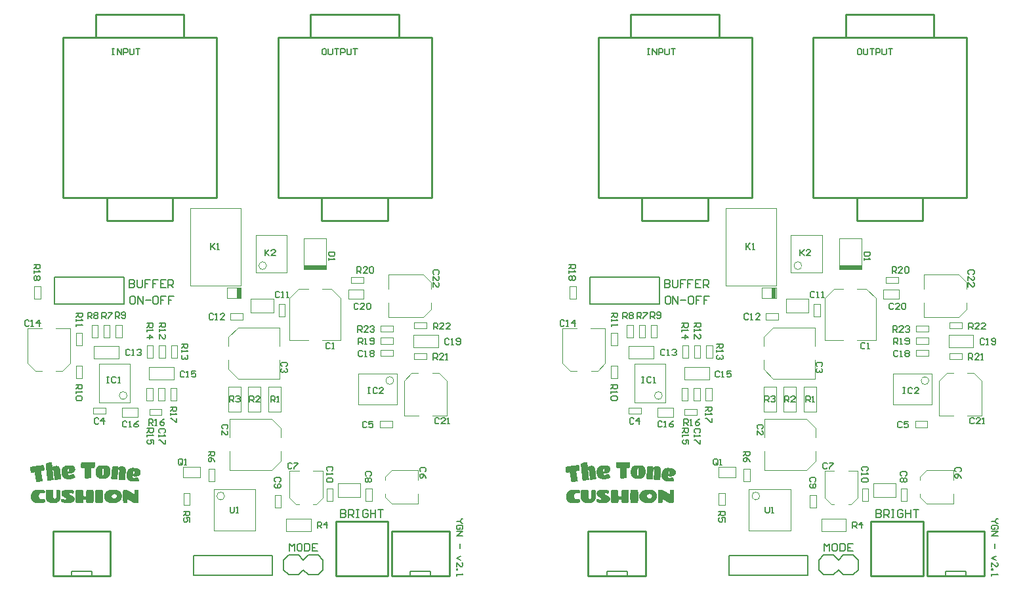
<source format=gto>
G04*
G04 #@! TF.GenerationSoftware,Altium Limited,Altium Designer,19.1.6 (110)*
G04*
G04 Layer_Color=65535*
%FSLAX25Y25*%
%MOIN*%
G70*
G01*
G75*
%ADD31C,0.01000*%
%ADD43C,0.00394*%
%ADD44C,0.00787*%
%ADD45C,0.00500*%
%ADD46C,0.00591*%
%ADD47C,0.00787*%
%ADD48R,0.02067X0.05315*%
%ADD49R,0.11417X0.02118*%
G36*
X371204Y118791D02*
X372510D01*
Y118628D01*
X373163D01*
Y118465D01*
X373489D01*
Y118302D01*
X373816D01*
Y118138D01*
X373979D01*
Y117975D01*
X374142D01*
Y117812D01*
X374305D01*
Y117649D01*
X374469D01*
Y117485D01*
Y117322D01*
X374632D01*
Y117159D01*
Y116996D01*
Y116832D01*
Y116669D01*
Y116506D01*
Y116343D01*
Y116180D01*
Y116016D01*
Y115853D01*
X374469D01*
Y115690D01*
Y115527D01*
X374305D01*
Y115364D01*
X374142D01*
Y115200D01*
X373979D01*
Y115037D01*
X373816D01*
Y114874D01*
X373489D01*
Y114710D01*
X372836D01*
Y114547D01*
X371367D01*
Y114710D01*
X370714D01*
Y114547D01*
Y114384D01*
Y114221D01*
X370878D01*
Y114058D01*
X371041D01*
Y113894D01*
X372020D01*
Y114058D01*
X372673D01*
Y114221D01*
X373163D01*
Y114058D01*
X373326D01*
Y113894D01*
X373489D01*
Y113731D01*
Y113568D01*
X373653D01*
Y113405D01*
Y113242D01*
Y113078D01*
X373816D01*
Y112915D01*
Y112752D01*
Y112589D01*
Y112425D01*
Y112262D01*
X373653D01*
Y112099D01*
X373489D01*
Y111936D01*
X370388D01*
Y112099D01*
X369735D01*
Y112262D01*
X369245D01*
Y112425D01*
X368919D01*
Y112589D01*
X368592D01*
Y112752D01*
X368429D01*
Y112915D01*
X368266D01*
Y113078D01*
X368103D01*
Y113242D01*
X367939D01*
Y113405D01*
X367776D01*
Y113568D01*
Y113731D01*
X367613D01*
Y113894D01*
Y114058D01*
X367450D01*
Y114221D01*
Y114384D01*
Y114547D01*
Y114710D01*
Y114874D01*
Y115037D01*
Y115200D01*
Y115364D01*
Y115527D01*
Y115690D01*
Y115853D01*
Y116016D01*
Y116180D01*
X367613D01*
Y116343D01*
Y116506D01*
Y116669D01*
Y116832D01*
X367776D01*
Y116996D01*
Y117159D01*
X367939D01*
Y117322D01*
Y117485D01*
X368103D01*
Y117649D01*
Y117812D01*
X368266D01*
Y117975D01*
X368429D01*
Y118138D01*
X368592D01*
Y118302D01*
X368756D01*
Y118465D01*
X369082D01*
Y118628D01*
X369572D01*
Y118791D01*
X370388D01*
Y118955D01*
X371204D01*
Y118791D01*
D02*
G37*
G36*
X99334D02*
X100640D01*
Y118628D01*
X101293D01*
Y118465D01*
X101619D01*
Y118302D01*
X101946D01*
Y118138D01*
X102109D01*
Y117975D01*
X102272D01*
Y117812D01*
X102435D01*
Y117649D01*
X102599D01*
Y117485D01*
Y117322D01*
X102762D01*
Y117159D01*
Y116996D01*
Y116832D01*
Y116669D01*
Y116506D01*
Y116343D01*
Y116180D01*
Y116016D01*
Y115853D01*
X102599D01*
Y115690D01*
Y115527D01*
X102435D01*
Y115364D01*
X102272D01*
Y115200D01*
X102109D01*
Y115037D01*
X101946D01*
Y114874D01*
X101619D01*
Y114710D01*
X100966D01*
Y114547D01*
X99497D01*
Y114710D01*
X98844D01*
Y114547D01*
Y114384D01*
Y114221D01*
X99007D01*
Y114058D01*
X99171D01*
Y113894D01*
X100150D01*
Y114058D01*
X100803D01*
Y114221D01*
X101293D01*
Y114058D01*
X101456D01*
Y113894D01*
X101619D01*
Y113731D01*
Y113568D01*
X101782D01*
Y113405D01*
Y113242D01*
Y113078D01*
X101946D01*
Y112915D01*
Y112752D01*
Y112589D01*
Y112425D01*
Y112262D01*
X101782D01*
Y112099D01*
X101619D01*
Y111936D01*
X98518D01*
Y112099D01*
X97865D01*
Y112262D01*
X97375D01*
Y112425D01*
X97049D01*
Y112589D01*
X96722D01*
Y112752D01*
X96559D01*
Y112915D01*
X96396D01*
Y113078D01*
X96233D01*
Y113242D01*
X96069D01*
Y113405D01*
X95906D01*
Y113568D01*
Y113731D01*
X95743D01*
Y113894D01*
Y114058D01*
X95580D01*
Y114221D01*
Y114384D01*
Y114547D01*
Y114710D01*
Y114874D01*
Y115037D01*
Y115200D01*
Y115364D01*
Y115527D01*
Y115690D01*
Y115853D01*
Y116016D01*
Y116180D01*
X95743D01*
Y116343D01*
Y116506D01*
Y116669D01*
Y116832D01*
X95906D01*
Y116996D01*
Y117159D01*
X96069D01*
Y117322D01*
Y117485D01*
X96233D01*
Y117649D01*
Y117812D01*
X96396D01*
Y117975D01*
X96559D01*
Y118138D01*
X96722D01*
Y118302D01*
X96886D01*
Y118465D01*
X97212D01*
Y118628D01*
X97702D01*
Y118791D01*
X98518D01*
Y118955D01*
X99334D01*
Y118791D01*
D02*
G37*
G36*
X351290Y121730D02*
X351453D01*
Y121566D01*
Y121403D01*
Y121240D01*
Y121077D01*
Y120913D01*
Y120750D01*
Y120587D01*
Y120424D01*
Y120260D01*
Y120097D01*
Y119934D01*
Y119771D01*
Y119607D01*
Y119444D01*
Y119281D01*
X351290D01*
Y119118D01*
Y118955D01*
X351127D01*
Y118791D01*
X349658D01*
Y118628D01*
Y118465D01*
Y118302D01*
Y118138D01*
Y117975D01*
Y117812D01*
Y117649D01*
Y117485D01*
Y117322D01*
Y117159D01*
Y116996D01*
Y116832D01*
Y116669D01*
Y116506D01*
Y116343D01*
Y116180D01*
Y116016D01*
Y115853D01*
Y115690D01*
Y115527D01*
Y115364D01*
Y115200D01*
Y115037D01*
Y114874D01*
Y114710D01*
Y114547D01*
Y114384D01*
Y114221D01*
Y114058D01*
Y113894D01*
X349494D01*
Y113731D01*
X348352D01*
Y113568D01*
X346556D01*
Y113731D01*
X346230D01*
Y113894D01*
Y114058D01*
Y114221D01*
Y114384D01*
Y114547D01*
Y114710D01*
Y114874D01*
Y115037D01*
Y115200D01*
Y115364D01*
Y115527D01*
Y115690D01*
Y115853D01*
Y116016D01*
Y116180D01*
Y116343D01*
Y116506D01*
Y116669D01*
Y116832D01*
Y116996D01*
Y117159D01*
Y117322D01*
Y117485D01*
Y117649D01*
Y117812D01*
Y117975D01*
Y118138D01*
Y118302D01*
Y118465D01*
Y118628D01*
Y118791D01*
X344597D01*
Y118955D01*
X344434D01*
Y119118D01*
X344271D01*
Y119281D01*
Y119444D01*
Y119607D01*
Y119771D01*
Y119934D01*
Y120097D01*
Y120260D01*
Y120424D01*
Y120587D01*
Y120750D01*
Y120913D01*
Y121077D01*
X344434D01*
Y121240D01*
Y121403D01*
Y121566D01*
Y121730D01*
X344597D01*
Y121893D01*
X351290D01*
Y121730D01*
D02*
G37*
G36*
X79420D02*
X79583D01*
Y121566D01*
Y121403D01*
Y121240D01*
Y121077D01*
Y120913D01*
Y120750D01*
Y120587D01*
Y120424D01*
Y120260D01*
Y120097D01*
Y119934D01*
Y119771D01*
Y119607D01*
Y119444D01*
Y119281D01*
X79420D01*
Y119118D01*
Y118955D01*
X79257D01*
Y118791D01*
X77788D01*
Y118628D01*
Y118465D01*
Y118302D01*
Y118138D01*
Y117975D01*
Y117812D01*
Y117649D01*
Y117485D01*
Y117322D01*
Y117159D01*
Y116996D01*
Y116832D01*
Y116669D01*
Y116506D01*
Y116343D01*
Y116180D01*
Y116016D01*
Y115853D01*
Y115690D01*
Y115527D01*
Y115364D01*
Y115200D01*
Y115037D01*
Y114874D01*
Y114710D01*
Y114547D01*
Y114384D01*
Y114221D01*
Y114058D01*
Y113894D01*
X77624D01*
Y113731D01*
X76482D01*
Y113568D01*
X74686D01*
Y113731D01*
X74360D01*
Y113894D01*
Y114058D01*
Y114221D01*
Y114384D01*
Y114547D01*
Y114710D01*
Y114874D01*
Y115037D01*
Y115200D01*
Y115364D01*
Y115527D01*
Y115690D01*
Y115853D01*
Y116016D01*
Y116180D01*
Y116343D01*
Y116506D01*
Y116669D01*
Y116832D01*
Y116996D01*
Y117159D01*
Y117322D01*
Y117485D01*
Y117649D01*
Y117812D01*
Y117975D01*
Y118138D01*
Y118302D01*
Y118465D01*
Y118628D01*
Y118791D01*
X72727D01*
Y118955D01*
X72564D01*
Y119118D01*
X72401D01*
Y119281D01*
Y119444D01*
Y119607D01*
Y119771D01*
Y119934D01*
Y120097D01*
Y120260D01*
Y120424D01*
Y120587D01*
Y120750D01*
Y120913D01*
Y121077D01*
X72564D01*
Y121240D01*
Y121403D01*
Y121566D01*
Y121730D01*
X72727D01*
Y121893D01*
X79420D01*
Y121730D01*
D02*
G37*
G36*
X357003Y120097D02*
X357656D01*
Y119934D01*
X357982D01*
Y119771D01*
X358309D01*
Y119607D01*
X358472D01*
Y119444D01*
X358635D01*
Y119281D01*
X358799D01*
Y119118D01*
X358962D01*
Y118955D01*
Y118791D01*
X359125D01*
Y118628D01*
Y118465D01*
Y118302D01*
Y118138D01*
X359288D01*
Y117975D01*
Y117812D01*
Y117649D01*
Y117485D01*
Y117322D01*
Y117159D01*
Y116996D01*
Y116832D01*
Y116669D01*
Y116506D01*
Y116343D01*
Y116180D01*
Y116016D01*
Y115853D01*
X359125D01*
Y115690D01*
Y115527D01*
Y115364D01*
X358962D01*
Y115200D01*
Y115037D01*
X358799D01*
Y114874D01*
Y114710D01*
X358635D01*
Y114547D01*
X358472D01*
Y114384D01*
X358309D01*
Y114221D01*
X358146D01*
Y114058D01*
X357982D01*
Y113894D01*
X357656D01*
Y113731D01*
X357329D01*
Y113568D01*
X356840D01*
Y113405D01*
X354391D01*
Y113568D01*
X353738D01*
Y113731D01*
X353249D01*
Y113894D01*
X353085D01*
Y114058D01*
X352759D01*
Y114221D01*
X352596D01*
Y114384D01*
X352432D01*
Y114547D01*
X352269D01*
Y114710D01*
Y114874D01*
X352106D01*
Y115037D01*
Y115200D01*
X351943D01*
Y115364D01*
Y115527D01*
Y115690D01*
X351780D01*
Y115853D01*
Y116016D01*
Y116180D01*
Y116343D01*
Y116506D01*
Y116669D01*
Y116832D01*
Y116996D01*
Y117159D01*
Y117322D01*
Y117485D01*
Y117649D01*
Y117812D01*
X351943D01*
Y117975D01*
Y118138D01*
Y118302D01*
Y118465D01*
X352106D01*
Y118628D01*
Y118791D01*
X352269D01*
Y118955D01*
Y119118D01*
X352432D01*
Y119281D01*
X352596D01*
Y119444D01*
X352759D01*
Y119607D01*
X352922D01*
Y119771D01*
X353249D01*
Y119934D01*
X353575D01*
Y120097D01*
X354065D01*
Y120260D01*
X357003D01*
Y120097D01*
D02*
G37*
G36*
X85133D02*
X85786D01*
Y119934D01*
X86112D01*
Y119771D01*
X86439D01*
Y119607D01*
X86602D01*
Y119444D01*
X86765D01*
Y119281D01*
X86928D01*
Y119118D01*
X87092D01*
Y118955D01*
Y118791D01*
X87255D01*
Y118628D01*
Y118465D01*
Y118302D01*
Y118138D01*
X87418D01*
Y117975D01*
Y117812D01*
Y117649D01*
Y117485D01*
Y117322D01*
Y117159D01*
Y116996D01*
Y116832D01*
Y116669D01*
Y116506D01*
Y116343D01*
Y116180D01*
Y116016D01*
Y115853D01*
X87255D01*
Y115690D01*
Y115527D01*
Y115364D01*
X87092D01*
Y115200D01*
Y115037D01*
X86928D01*
Y114874D01*
Y114710D01*
X86765D01*
Y114547D01*
X86602D01*
Y114384D01*
X86439D01*
Y114221D01*
X86276D01*
Y114058D01*
X86112D01*
Y113894D01*
X85786D01*
Y113731D01*
X85459D01*
Y113568D01*
X84970D01*
Y113405D01*
X82521D01*
Y113568D01*
X81868D01*
Y113731D01*
X81379D01*
Y113894D01*
X81215D01*
Y114058D01*
X80889D01*
Y114221D01*
X80726D01*
Y114384D01*
X80562D01*
Y114547D01*
X80399D01*
Y114710D01*
Y114874D01*
X80236D01*
Y115037D01*
Y115200D01*
X80073D01*
Y115364D01*
Y115527D01*
Y115690D01*
X79909D01*
Y115853D01*
Y116016D01*
Y116180D01*
Y116343D01*
Y116506D01*
Y116669D01*
Y116832D01*
Y116996D01*
Y117159D01*
Y117322D01*
Y117485D01*
Y117649D01*
Y117812D01*
X80073D01*
Y117975D01*
Y118138D01*
Y118302D01*
Y118465D01*
X80236D01*
Y118628D01*
Y118791D01*
X80399D01*
Y118955D01*
Y119118D01*
X80562D01*
Y119281D01*
X80726D01*
Y119444D01*
X80889D01*
Y119607D01*
X81052D01*
Y119771D01*
X81379D01*
Y119934D01*
X81705D01*
Y120097D01*
X82195D01*
Y120260D01*
X85133D01*
Y120097D01*
D02*
G37*
G36*
X339374D02*
X340190D01*
Y119934D01*
X340517D01*
Y119771D01*
X340843D01*
Y119607D01*
X341006D01*
Y119444D01*
X341170D01*
Y119281D01*
Y119118D01*
X341333D01*
Y118955D01*
Y118791D01*
Y118628D01*
Y118465D01*
X341496D01*
Y118302D01*
Y118138D01*
Y117975D01*
Y117812D01*
X341333D01*
Y117649D01*
Y117485D01*
Y117322D01*
X341170D01*
Y117159D01*
Y116996D01*
X341006D01*
Y116832D01*
X340843D01*
Y116669D01*
X340680D01*
Y116506D01*
X340353D01*
Y116343D01*
X340027D01*
Y116180D01*
X339374D01*
Y116016D01*
X337905D01*
Y115853D01*
Y115690D01*
Y115527D01*
X338068D01*
Y115364D01*
X338395D01*
Y115200D01*
X338558D01*
Y115364D01*
X339211D01*
Y115527D01*
X339537D01*
Y115690D01*
X339864D01*
Y115853D01*
X340680D01*
Y115690D01*
X340843D01*
Y115527D01*
Y115364D01*
X341006D01*
Y115200D01*
X341170D01*
Y115037D01*
Y114874D01*
X341333D01*
Y114710D01*
Y114547D01*
Y114384D01*
X341496D01*
Y114221D01*
X341333D01*
Y114058D01*
Y113894D01*
X341170D01*
Y113731D01*
X340680D01*
Y113568D01*
X340190D01*
Y113405D01*
X339537D01*
Y113242D01*
X336926D01*
Y113405D01*
X336273D01*
Y113568D01*
X335946D01*
Y113731D01*
X335783D01*
Y113894D01*
X335456D01*
Y114058D01*
X335293D01*
Y114221D01*
X335130D01*
Y114384D01*
Y114547D01*
X334967D01*
Y114710D01*
X334804D01*
Y114874D01*
Y115037D01*
X334640D01*
Y115200D01*
Y115364D01*
Y115527D01*
Y115690D01*
X334477D01*
Y115853D01*
Y116016D01*
Y116180D01*
Y116343D01*
Y116506D01*
Y116669D01*
Y116832D01*
Y116996D01*
Y117159D01*
Y117322D01*
Y117485D01*
Y117649D01*
X334640D01*
Y117812D01*
Y117975D01*
Y118138D01*
Y118302D01*
X334804D01*
Y118465D01*
Y118628D01*
X334967D01*
Y118791D01*
Y118955D01*
X335130D01*
Y119118D01*
X335293D01*
Y119281D01*
X335456D01*
Y119444D01*
X335783D01*
Y119607D01*
X335946D01*
Y119771D01*
X336273D01*
Y119934D01*
X336762D01*
Y120097D01*
X337905D01*
Y120260D01*
X339374D01*
Y120097D01*
D02*
G37*
G36*
X67504D02*
X68320D01*
Y119934D01*
X68647D01*
Y119771D01*
X68973D01*
Y119607D01*
X69136D01*
Y119444D01*
X69300D01*
Y119281D01*
Y119118D01*
X69463D01*
Y118955D01*
Y118791D01*
Y118628D01*
Y118465D01*
X69626D01*
Y118302D01*
Y118138D01*
Y117975D01*
Y117812D01*
X69463D01*
Y117649D01*
Y117485D01*
Y117322D01*
X69300D01*
Y117159D01*
Y116996D01*
X69136D01*
Y116832D01*
X68973D01*
Y116669D01*
X68810D01*
Y116506D01*
X68483D01*
Y116343D01*
X68157D01*
Y116180D01*
X67504D01*
Y116016D01*
X66035D01*
Y115853D01*
Y115690D01*
Y115527D01*
X66198D01*
Y115364D01*
X66525D01*
Y115200D01*
X66688D01*
Y115364D01*
X67341D01*
Y115527D01*
X67667D01*
Y115690D01*
X67994D01*
Y115853D01*
X68810D01*
Y115690D01*
X68973D01*
Y115527D01*
Y115364D01*
X69136D01*
Y115200D01*
X69300D01*
Y115037D01*
Y114874D01*
X69463D01*
Y114710D01*
Y114547D01*
Y114384D01*
X69626D01*
Y114221D01*
X69463D01*
Y114058D01*
Y113894D01*
X69300D01*
Y113731D01*
X68810D01*
Y113568D01*
X68320D01*
Y113405D01*
X67667D01*
Y113242D01*
X65056D01*
Y113405D01*
X64403D01*
Y113568D01*
X64076D01*
Y113731D01*
X63913D01*
Y113894D01*
X63586D01*
Y114058D01*
X63423D01*
Y114221D01*
X63260D01*
Y114384D01*
Y114547D01*
X63097D01*
Y114710D01*
X62933D01*
Y114874D01*
Y115037D01*
X62770D01*
Y115200D01*
Y115364D01*
Y115527D01*
Y115690D01*
X62607D01*
Y115853D01*
Y116016D01*
Y116180D01*
Y116343D01*
Y116506D01*
Y116669D01*
Y116832D01*
Y116996D01*
Y117159D01*
Y117322D01*
Y117485D01*
Y117649D01*
X62770D01*
Y117812D01*
Y117975D01*
Y118138D01*
Y118302D01*
X62933D01*
Y118465D01*
Y118628D01*
X63097D01*
Y118791D01*
Y118955D01*
X63260D01*
Y119118D01*
X63423D01*
Y119281D01*
X63586D01*
Y119444D01*
X63913D01*
Y119607D01*
X64076D01*
Y119771D01*
X64403D01*
Y119934D01*
X64892D01*
Y120097D01*
X66035D01*
Y120260D01*
X67504D01*
Y120097D01*
D02*
G37*
G36*
X329580Y121566D02*
X329743D01*
Y121403D01*
Y121240D01*
Y121077D01*
Y120913D01*
Y120750D01*
Y120587D01*
Y120424D01*
X329907D01*
Y120260D01*
Y120097D01*
Y119934D01*
Y119771D01*
Y119607D01*
Y119444D01*
Y119281D01*
X330233D01*
Y119444D01*
X330396D01*
Y119607D01*
X330886D01*
Y119771D01*
X331539D01*
Y119934D01*
X332355D01*
Y119771D01*
X332845D01*
Y119607D01*
X333171D01*
Y119444D01*
X333334D01*
Y119281D01*
Y119118D01*
X333498D01*
Y118955D01*
Y118791D01*
X333661D01*
Y118628D01*
Y118465D01*
Y118302D01*
X333824D01*
Y118138D01*
Y117975D01*
Y117812D01*
Y117649D01*
Y117485D01*
Y117322D01*
X333987D01*
Y117159D01*
Y116996D01*
Y116832D01*
Y116669D01*
Y116506D01*
Y116343D01*
Y116180D01*
Y116016D01*
Y115853D01*
Y115690D01*
X334151D01*
Y115527D01*
Y115364D01*
Y115200D01*
Y115037D01*
Y114874D01*
Y114710D01*
Y114547D01*
Y114384D01*
Y114221D01*
Y114058D01*
X334314D01*
Y113894D01*
Y113731D01*
Y113568D01*
Y113405D01*
X334151D01*
Y113242D01*
X333498D01*
Y113078D01*
X332518D01*
Y112915D01*
X331049D01*
Y113078D01*
Y113242D01*
X330886D01*
Y113405D01*
Y113568D01*
Y113731D01*
Y113894D01*
Y114058D01*
Y114221D01*
Y114384D01*
Y114547D01*
Y114710D01*
Y114874D01*
X330723D01*
Y115037D01*
Y115200D01*
Y115364D01*
Y115527D01*
Y115690D01*
Y115853D01*
Y116016D01*
Y116180D01*
Y116343D01*
Y116506D01*
X330560D01*
Y116669D01*
Y116832D01*
Y116996D01*
Y117159D01*
Y117322D01*
Y117485D01*
X330396D01*
Y117649D01*
Y117812D01*
X330070D01*
Y117649D01*
Y117485D01*
Y117322D01*
Y117159D01*
X330233D01*
Y116996D01*
Y116832D01*
Y116669D01*
Y116506D01*
Y116343D01*
Y116180D01*
Y116016D01*
Y115853D01*
Y115690D01*
Y115527D01*
X330396D01*
Y115364D01*
Y115200D01*
Y115037D01*
Y114874D01*
Y114710D01*
Y114547D01*
Y114384D01*
Y114221D01*
Y114058D01*
Y113894D01*
X330560D01*
Y113731D01*
Y113568D01*
Y113405D01*
Y113242D01*
Y113078D01*
Y112915D01*
X330070D01*
Y112752D01*
X329090D01*
Y112589D01*
X327295D01*
Y112752D01*
Y112915D01*
Y113078D01*
X327132D01*
Y113242D01*
Y113405D01*
Y113568D01*
Y113731D01*
Y113894D01*
Y114058D01*
Y114221D01*
Y114384D01*
Y114547D01*
Y114710D01*
X326969D01*
Y114874D01*
Y115037D01*
Y115200D01*
Y115364D01*
Y115527D01*
Y115690D01*
Y115853D01*
Y116016D01*
Y116180D01*
X326805D01*
Y116343D01*
Y116506D01*
Y116669D01*
Y116832D01*
Y116996D01*
Y117159D01*
Y117322D01*
Y117485D01*
Y117649D01*
Y117812D01*
X326642D01*
Y117975D01*
Y118138D01*
Y118302D01*
Y118465D01*
Y118628D01*
Y118791D01*
Y118955D01*
Y119118D01*
Y119281D01*
Y119444D01*
X326479D01*
Y119607D01*
Y119771D01*
Y119934D01*
Y120097D01*
Y120260D01*
Y120424D01*
Y120587D01*
Y120750D01*
Y120913D01*
Y121077D01*
X326642D01*
Y121240D01*
X326969D01*
Y121403D01*
X327295D01*
Y121566D01*
X327785D01*
Y121730D01*
X329580D01*
Y121566D01*
D02*
G37*
G36*
X57710D02*
X57873D01*
Y121403D01*
Y121240D01*
Y121077D01*
Y120913D01*
Y120750D01*
Y120587D01*
Y120424D01*
X58037D01*
Y120260D01*
Y120097D01*
Y119934D01*
Y119771D01*
Y119607D01*
Y119444D01*
Y119281D01*
X58363D01*
Y119444D01*
X58526D01*
Y119607D01*
X59016D01*
Y119771D01*
X59669D01*
Y119934D01*
X60485D01*
Y119771D01*
X60975D01*
Y119607D01*
X61301D01*
Y119444D01*
X61464D01*
Y119281D01*
Y119118D01*
X61628D01*
Y118955D01*
Y118791D01*
X61791D01*
Y118628D01*
Y118465D01*
Y118302D01*
X61954D01*
Y118138D01*
Y117975D01*
Y117812D01*
Y117649D01*
Y117485D01*
Y117322D01*
X62117D01*
Y117159D01*
Y116996D01*
Y116832D01*
Y116669D01*
Y116506D01*
Y116343D01*
Y116180D01*
Y116016D01*
Y115853D01*
Y115690D01*
X62281D01*
Y115527D01*
Y115364D01*
Y115200D01*
Y115037D01*
Y114874D01*
Y114710D01*
Y114547D01*
Y114384D01*
Y114221D01*
Y114058D01*
X62444D01*
Y113894D01*
Y113731D01*
Y113568D01*
Y113405D01*
X62281D01*
Y113242D01*
X61628D01*
Y113078D01*
X60648D01*
Y112915D01*
X59179D01*
Y113078D01*
Y113242D01*
X59016D01*
Y113405D01*
Y113568D01*
Y113731D01*
Y113894D01*
Y114058D01*
Y114221D01*
Y114384D01*
Y114547D01*
Y114710D01*
Y114874D01*
X58853D01*
Y115037D01*
Y115200D01*
Y115364D01*
Y115527D01*
Y115690D01*
Y115853D01*
Y116016D01*
Y116180D01*
Y116343D01*
Y116506D01*
X58689D01*
Y116669D01*
Y116832D01*
Y116996D01*
Y117159D01*
Y117322D01*
Y117485D01*
X58526D01*
Y117649D01*
Y117812D01*
X58200D01*
Y117649D01*
Y117485D01*
Y117322D01*
Y117159D01*
X58363D01*
Y116996D01*
Y116832D01*
Y116669D01*
Y116506D01*
Y116343D01*
Y116180D01*
Y116016D01*
Y115853D01*
Y115690D01*
Y115527D01*
X58526D01*
Y115364D01*
Y115200D01*
Y115037D01*
Y114874D01*
Y114710D01*
Y114547D01*
Y114384D01*
Y114221D01*
Y114058D01*
Y113894D01*
X58689D01*
Y113731D01*
Y113568D01*
Y113405D01*
Y113242D01*
Y113078D01*
Y112915D01*
X58200D01*
Y112752D01*
X57220D01*
Y112589D01*
X55425D01*
Y112752D01*
Y112915D01*
Y113078D01*
X55262D01*
Y113242D01*
Y113405D01*
Y113568D01*
Y113731D01*
Y113894D01*
Y114058D01*
Y114221D01*
Y114384D01*
Y114547D01*
Y114710D01*
X55098D01*
Y114874D01*
Y115037D01*
Y115200D01*
Y115364D01*
Y115527D01*
Y115690D01*
Y115853D01*
Y116016D01*
Y116180D01*
X54935D01*
Y116343D01*
Y116506D01*
Y116669D01*
Y116832D01*
Y116996D01*
Y117159D01*
Y117322D01*
Y117485D01*
Y117649D01*
Y117812D01*
X54772D01*
Y117975D01*
Y118138D01*
Y118302D01*
Y118465D01*
Y118628D01*
Y118791D01*
Y118955D01*
Y119118D01*
Y119281D01*
Y119444D01*
X54609D01*
Y119607D01*
Y119771D01*
Y119934D01*
Y120097D01*
Y120260D01*
Y120424D01*
Y120587D01*
Y120750D01*
Y120913D01*
Y121077D01*
X54772D01*
Y121240D01*
X55098D01*
Y121403D01*
X55425D01*
Y121566D01*
X55915D01*
Y121730D01*
X57710D01*
Y121566D01*
D02*
G37*
G36*
X362879Y119607D02*
X363206D01*
Y119444D01*
Y119281D01*
Y119118D01*
X363532D01*
Y119281D01*
X363859D01*
Y119444D01*
X364185D01*
Y119607D01*
X365981D01*
Y119444D01*
X366307D01*
Y119281D01*
X366634D01*
Y119118D01*
X366797D01*
Y118955D01*
Y118791D01*
X366960D01*
Y118628D01*
Y118465D01*
Y118302D01*
X367123D01*
Y118138D01*
Y117975D01*
Y117812D01*
Y117649D01*
Y117485D01*
Y117322D01*
Y117159D01*
Y116996D01*
Y116832D01*
Y116669D01*
Y116506D01*
Y116343D01*
Y116180D01*
Y116016D01*
X366960D01*
Y115853D01*
Y115690D01*
Y115527D01*
Y115364D01*
Y115200D01*
Y115037D01*
Y114874D01*
Y114710D01*
Y114547D01*
Y114384D01*
Y114221D01*
X366797D01*
Y114058D01*
Y113894D01*
Y113731D01*
Y113568D01*
Y113405D01*
Y113242D01*
Y113078D01*
Y112915D01*
X366470D01*
Y112752D01*
X364838D01*
Y112915D01*
X363695D01*
Y113078D01*
X363532D01*
Y113242D01*
Y113405D01*
Y113568D01*
Y113731D01*
Y113894D01*
Y114058D01*
Y114221D01*
Y114384D01*
Y114547D01*
Y114710D01*
Y114874D01*
Y115037D01*
X363695D01*
Y115200D01*
Y115364D01*
Y115527D01*
Y115690D01*
Y115853D01*
Y116016D01*
Y116180D01*
Y116343D01*
Y116506D01*
Y116669D01*
Y116832D01*
X363859D01*
Y116996D01*
Y117159D01*
Y117322D01*
Y117485D01*
Y117649D01*
Y117812D01*
X363695D01*
Y117975D01*
Y118138D01*
X363369D01*
Y117975D01*
Y117812D01*
Y117649D01*
Y117485D01*
Y117322D01*
Y117159D01*
X363206D01*
Y116996D01*
Y116832D01*
Y116669D01*
Y116506D01*
Y116343D01*
Y116180D01*
Y116016D01*
Y115853D01*
Y115690D01*
Y115527D01*
X363042D01*
Y115364D01*
Y115200D01*
Y115037D01*
Y114874D01*
Y114710D01*
Y114547D01*
Y114384D01*
Y114221D01*
Y114058D01*
Y113894D01*
Y113731D01*
X362879D01*
Y113568D01*
Y113405D01*
Y113242D01*
X362390D01*
Y113078D01*
X361410D01*
Y113242D01*
X359941D01*
Y113405D01*
X359615D01*
Y113568D01*
Y113731D01*
Y113894D01*
Y114058D01*
Y114221D01*
Y114384D01*
Y114547D01*
X359778D01*
Y114710D01*
Y114874D01*
Y115037D01*
Y115200D01*
Y115364D01*
Y115527D01*
Y115690D01*
Y115853D01*
Y116016D01*
Y116180D01*
X359941D01*
Y116343D01*
Y116506D01*
Y116669D01*
Y116832D01*
Y116996D01*
Y117159D01*
Y117322D01*
Y117485D01*
Y117649D01*
Y117812D01*
Y117975D01*
X360104D01*
Y118138D01*
Y118302D01*
Y118465D01*
Y118628D01*
Y118791D01*
Y118955D01*
Y119118D01*
Y119281D01*
Y119444D01*
X360431D01*
Y119607D01*
X360921D01*
Y119771D01*
X362879D01*
Y119607D01*
D02*
G37*
G36*
X91009D02*
X91336D01*
Y119444D01*
Y119281D01*
Y119118D01*
X91662D01*
Y119281D01*
X91988D01*
Y119444D01*
X92315D01*
Y119607D01*
X94111D01*
Y119444D01*
X94437D01*
Y119281D01*
X94763D01*
Y119118D01*
X94927D01*
Y118955D01*
Y118791D01*
X95090D01*
Y118628D01*
Y118465D01*
Y118302D01*
X95253D01*
Y118138D01*
Y117975D01*
Y117812D01*
Y117649D01*
Y117485D01*
Y117322D01*
Y117159D01*
Y116996D01*
Y116832D01*
Y116669D01*
Y116506D01*
Y116343D01*
Y116180D01*
Y116016D01*
X95090D01*
Y115853D01*
Y115690D01*
Y115527D01*
Y115364D01*
Y115200D01*
Y115037D01*
Y114874D01*
Y114710D01*
Y114547D01*
Y114384D01*
Y114221D01*
X94927D01*
Y114058D01*
Y113894D01*
Y113731D01*
Y113568D01*
Y113405D01*
Y113242D01*
Y113078D01*
Y112915D01*
X94600D01*
Y112752D01*
X92968D01*
Y112915D01*
X91825D01*
Y113078D01*
X91662D01*
Y113242D01*
Y113405D01*
Y113568D01*
Y113731D01*
Y113894D01*
Y114058D01*
Y114221D01*
Y114384D01*
Y114547D01*
Y114710D01*
Y114874D01*
Y115037D01*
X91825D01*
Y115200D01*
Y115364D01*
Y115527D01*
Y115690D01*
Y115853D01*
Y116016D01*
Y116180D01*
Y116343D01*
Y116506D01*
Y116669D01*
Y116832D01*
X91988D01*
Y116996D01*
Y117159D01*
Y117322D01*
Y117485D01*
Y117649D01*
Y117812D01*
X91825D01*
Y117975D01*
Y118138D01*
X91499D01*
Y117975D01*
Y117812D01*
Y117649D01*
Y117485D01*
Y117322D01*
Y117159D01*
X91336D01*
Y116996D01*
Y116832D01*
Y116669D01*
Y116506D01*
Y116343D01*
Y116180D01*
Y116016D01*
Y115853D01*
Y115690D01*
Y115527D01*
X91172D01*
Y115364D01*
Y115200D01*
Y115037D01*
Y114874D01*
Y114710D01*
Y114547D01*
Y114384D01*
Y114221D01*
Y114058D01*
Y113894D01*
Y113731D01*
X91009D01*
Y113568D01*
Y113405D01*
Y113242D01*
X90519D01*
Y113078D01*
X89540D01*
Y113242D01*
X88071D01*
Y113405D01*
X87745D01*
Y113568D01*
Y113731D01*
Y113894D01*
Y114058D01*
Y114221D01*
Y114384D01*
Y114547D01*
X87908D01*
Y114710D01*
Y114874D01*
Y115037D01*
Y115200D01*
Y115364D01*
Y115527D01*
Y115690D01*
Y115853D01*
Y116016D01*
Y116180D01*
X88071D01*
Y116343D01*
Y116506D01*
Y116669D01*
Y116832D01*
Y116996D01*
Y117159D01*
Y117322D01*
Y117485D01*
Y117649D01*
Y117812D01*
Y117975D01*
X88234D01*
Y118138D01*
Y118302D01*
Y118465D01*
Y118628D01*
Y118791D01*
Y118955D01*
Y119118D01*
Y119281D01*
Y119444D01*
X88561D01*
Y119607D01*
X89050D01*
Y119771D01*
X91009D01*
Y119607D01*
D02*
G37*
G36*
X325336Y120260D02*
X325499D01*
Y120097D01*
Y119934D01*
X325663D01*
Y119771D01*
Y119607D01*
Y119444D01*
Y119281D01*
Y119118D01*
Y118955D01*
X325826D01*
Y118791D01*
Y118628D01*
Y118465D01*
Y118302D01*
Y118138D01*
Y117975D01*
Y117812D01*
X325663D01*
Y117649D01*
Y117485D01*
X325173D01*
Y117322D01*
X324357D01*
Y117159D01*
X324194D01*
Y116996D01*
Y116832D01*
Y116669D01*
Y116506D01*
Y116343D01*
X324357D01*
Y116180D01*
Y116016D01*
Y115853D01*
Y115690D01*
Y115527D01*
Y115364D01*
X324520D01*
Y115200D01*
Y115037D01*
Y114874D01*
Y114710D01*
Y114547D01*
Y114384D01*
X324683D01*
Y114221D01*
Y114058D01*
Y113894D01*
Y113731D01*
Y113568D01*
Y113405D01*
X324847D01*
Y113242D01*
Y113078D01*
Y112915D01*
Y112752D01*
Y112589D01*
Y112425D01*
X325010D01*
Y112262D01*
X324847D01*
Y112099D01*
X324357D01*
Y111936D01*
X323704D01*
Y111772D01*
X322888D01*
Y111609D01*
X321582D01*
Y111772D01*
Y111936D01*
Y112099D01*
Y112262D01*
X321419D01*
Y112425D01*
Y112589D01*
Y112752D01*
Y112915D01*
Y113078D01*
Y113242D01*
X321255D01*
Y113405D01*
Y113568D01*
Y113731D01*
Y113894D01*
Y114058D01*
Y114221D01*
X321092D01*
Y114384D01*
Y114547D01*
Y114710D01*
Y114874D01*
Y115037D01*
Y115200D01*
X320929D01*
Y115364D01*
Y115527D01*
Y115690D01*
Y115853D01*
Y116016D01*
Y116180D01*
X320766D01*
Y116343D01*
Y116506D01*
Y116669D01*
X320439D01*
Y116506D01*
X319460D01*
Y116343D01*
X319133D01*
Y116506D01*
X318970D01*
Y116669D01*
X318807D01*
Y116832D01*
Y116996D01*
Y117159D01*
Y117322D01*
X318644D01*
Y117485D01*
Y117649D01*
Y117812D01*
Y117975D01*
Y118138D01*
Y118302D01*
Y118465D01*
Y118628D01*
Y118791D01*
Y118955D01*
Y119118D01*
Y119281D01*
X318807D01*
Y119444D01*
X319460D01*
Y119607D01*
X320439D01*
Y119771D01*
X321419D01*
Y119934D01*
X322398D01*
Y120097D01*
X323214D01*
Y120260D01*
X324194D01*
Y120424D01*
X325336D01*
Y120260D01*
D02*
G37*
G36*
X53466D02*
X53629D01*
Y120097D01*
Y119934D01*
X53793D01*
Y119771D01*
Y119607D01*
Y119444D01*
Y119281D01*
Y119118D01*
Y118955D01*
X53956D01*
Y118791D01*
Y118628D01*
Y118465D01*
Y118302D01*
Y118138D01*
Y117975D01*
Y117812D01*
X53793D01*
Y117649D01*
Y117485D01*
X53303D01*
Y117322D01*
X52487D01*
Y117159D01*
X52324D01*
Y116996D01*
Y116832D01*
Y116669D01*
Y116506D01*
Y116343D01*
X52487D01*
Y116180D01*
Y116016D01*
Y115853D01*
Y115690D01*
Y115527D01*
Y115364D01*
X52650D01*
Y115200D01*
Y115037D01*
Y114874D01*
Y114710D01*
Y114547D01*
Y114384D01*
X52813D01*
Y114221D01*
Y114058D01*
Y113894D01*
Y113731D01*
Y113568D01*
Y113405D01*
X52976D01*
Y113242D01*
Y113078D01*
Y112915D01*
Y112752D01*
Y112589D01*
Y112425D01*
X53140D01*
Y112262D01*
X52976D01*
Y112099D01*
X52487D01*
Y111936D01*
X51834D01*
Y111772D01*
X51018D01*
Y111609D01*
X49712D01*
Y111772D01*
Y111936D01*
Y112099D01*
Y112262D01*
X49549D01*
Y112425D01*
Y112589D01*
Y112752D01*
Y112915D01*
Y113078D01*
Y113242D01*
X49385D01*
Y113405D01*
Y113568D01*
Y113731D01*
Y113894D01*
Y114058D01*
Y114221D01*
X49222D01*
Y114384D01*
Y114547D01*
Y114710D01*
Y114874D01*
Y115037D01*
Y115200D01*
X49059D01*
Y115364D01*
Y115527D01*
Y115690D01*
Y115853D01*
Y116016D01*
Y116180D01*
X48896D01*
Y116343D01*
Y116506D01*
Y116669D01*
X48569D01*
Y116506D01*
X47590D01*
Y116343D01*
X47263D01*
Y116506D01*
X47100D01*
Y116669D01*
X46937D01*
Y116832D01*
Y116996D01*
Y117159D01*
Y117322D01*
X46774D01*
Y117485D01*
Y117649D01*
Y117812D01*
Y117975D01*
Y118138D01*
Y118302D01*
Y118465D01*
Y118628D01*
Y118791D01*
Y118955D01*
Y119118D01*
Y119281D01*
X46937D01*
Y119444D01*
X47590D01*
Y119607D01*
X48569D01*
Y119771D01*
X49549D01*
Y119934D01*
X50528D01*
Y120097D01*
X51344D01*
Y120260D01*
X52324D01*
Y120424D01*
X53466D01*
Y120260D01*
D02*
G37*
G36*
X324623Y107723D02*
X325185D01*
Y107611D01*
X325635D01*
Y107499D01*
X325860D01*
Y107386D01*
X325972D01*
Y107274D01*
Y107161D01*
X326084D01*
Y107049D01*
Y106937D01*
Y106824D01*
Y106712D01*
Y106599D01*
Y106487D01*
Y106375D01*
X325972D01*
Y106262D01*
Y106150D01*
X325860D01*
Y106037D01*
X324736D01*
Y106150D01*
X323949D01*
Y106037D01*
X323724D01*
Y105925D01*
X323499D01*
Y105813D01*
X323387D01*
Y105700D01*
Y105588D01*
X323275D01*
Y105475D01*
X323162D01*
Y105363D01*
Y105251D01*
Y105138D01*
X323050D01*
Y105026D01*
Y104913D01*
Y104801D01*
Y104689D01*
Y104576D01*
Y104464D01*
Y104351D01*
Y104239D01*
Y104127D01*
Y104014D01*
X323162D01*
Y103902D01*
Y103790D01*
Y103677D01*
X323275D01*
Y103565D01*
X323387D01*
Y103452D01*
Y103340D01*
X323499D01*
Y103228D01*
X323724D01*
Y103115D01*
X323949D01*
Y103003D01*
X325860D01*
Y102890D01*
X326084D01*
Y102778D01*
Y102666D01*
X326197D01*
Y102553D01*
Y102441D01*
Y102329D01*
Y102216D01*
Y102104D01*
Y101991D01*
Y101879D01*
Y101767D01*
Y101654D01*
X326084D01*
Y101542D01*
X325972D01*
Y101429D01*
X325747D01*
Y101317D01*
X325522D01*
Y101205D01*
X324960D01*
Y101092D01*
X324174D01*
Y100980D01*
X321589D01*
Y101092D01*
X321139D01*
Y101205D01*
X320802D01*
Y101317D01*
X320577D01*
Y101429D01*
X320352D01*
Y101542D01*
X320128D01*
Y101654D01*
X320015D01*
Y101767D01*
X319903D01*
Y101879D01*
X319790D01*
Y101991D01*
X319678D01*
Y102104D01*
X319566D01*
Y102216D01*
X319453D01*
Y102329D01*
Y102441D01*
X319341D01*
Y102553D01*
X319228D01*
Y102666D01*
Y102778D01*
X319116D01*
Y102890D01*
Y103003D01*
Y103115D01*
X319004D01*
Y103228D01*
Y103340D01*
Y103452D01*
Y103565D01*
Y103677D01*
Y103790D01*
X318891D01*
Y103902D01*
Y104014D01*
Y104127D01*
Y104239D01*
Y104351D01*
Y104464D01*
Y104576D01*
Y104689D01*
X319004D01*
Y104801D01*
Y104913D01*
Y105026D01*
Y105138D01*
Y105251D01*
Y105363D01*
X319116D01*
Y105475D01*
Y105588D01*
Y105700D01*
X319228D01*
Y105813D01*
Y105925D01*
Y106037D01*
X319341D01*
Y106150D01*
Y106262D01*
X319453D01*
Y106375D01*
X319566D01*
Y106487D01*
Y106599D01*
X319678D01*
Y106712D01*
X319790D01*
Y106824D01*
X319903D01*
Y106937D01*
X320015D01*
Y107049D01*
X320240D01*
Y107161D01*
X320352D01*
Y107274D01*
X320577D01*
Y107386D01*
X320802D01*
Y107499D01*
X321027D01*
Y107611D01*
X321364D01*
Y107723D01*
X321814D01*
Y107836D01*
X324623D01*
Y107723D01*
D02*
G37*
G36*
X52753D02*
X53315D01*
Y107611D01*
X53765D01*
Y107499D01*
X53989D01*
Y107386D01*
X54102D01*
Y107274D01*
Y107161D01*
X54214D01*
Y107049D01*
Y106937D01*
Y106824D01*
Y106712D01*
Y106599D01*
Y106487D01*
Y106375D01*
X54102D01*
Y106262D01*
Y106150D01*
X53989D01*
Y106037D01*
X52866D01*
Y106150D01*
X52079D01*
Y106037D01*
X51854D01*
Y105925D01*
X51629D01*
Y105813D01*
X51517D01*
Y105700D01*
Y105588D01*
X51405D01*
Y105475D01*
X51292D01*
Y105363D01*
Y105251D01*
Y105138D01*
X51180D01*
Y105026D01*
Y104913D01*
Y104801D01*
Y104689D01*
Y104576D01*
Y104464D01*
Y104351D01*
Y104239D01*
Y104127D01*
Y104014D01*
X51292D01*
Y103902D01*
Y103790D01*
Y103677D01*
X51405D01*
Y103565D01*
X51517D01*
Y103452D01*
Y103340D01*
X51629D01*
Y103228D01*
X51854D01*
Y103115D01*
X52079D01*
Y103003D01*
X53989D01*
Y102890D01*
X54214D01*
Y102778D01*
Y102666D01*
X54327D01*
Y102553D01*
Y102441D01*
Y102329D01*
Y102216D01*
Y102104D01*
Y101991D01*
Y101879D01*
Y101767D01*
Y101654D01*
X54214D01*
Y101542D01*
X54102D01*
Y101429D01*
X53877D01*
Y101317D01*
X53652D01*
Y101205D01*
X53090D01*
Y101092D01*
X52304D01*
Y100980D01*
X49719D01*
Y101092D01*
X49269D01*
Y101205D01*
X48932D01*
Y101317D01*
X48707D01*
Y101429D01*
X48482D01*
Y101542D01*
X48257D01*
Y101654D01*
X48145D01*
Y101767D01*
X48033D01*
Y101879D01*
X47920D01*
Y101991D01*
X47808D01*
Y102104D01*
X47695D01*
Y102216D01*
X47583D01*
Y102329D01*
Y102441D01*
X47471D01*
Y102553D01*
X47358D01*
Y102666D01*
Y102778D01*
X47246D01*
Y102890D01*
Y103003D01*
Y103115D01*
X47134D01*
Y103228D01*
Y103340D01*
Y103452D01*
Y103565D01*
Y103677D01*
Y103790D01*
X47021D01*
Y103902D01*
Y104014D01*
Y104127D01*
Y104239D01*
Y104351D01*
Y104464D01*
Y104576D01*
Y104689D01*
X47134D01*
Y104801D01*
Y104913D01*
Y105026D01*
Y105138D01*
Y105251D01*
Y105363D01*
X47246D01*
Y105475D01*
Y105588D01*
Y105700D01*
X47358D01*
Y105813D01*
Y105925D01*
Y106037D01*
X47471D01*
Y106150D01*
Y106262D01*
X47583D01*
Y106375D01*
X47695D01*
Y106487D01*
Y106599D01*
X47808D01*
Y106712D01*
X47920D01*
Y106824D01*
X48033D01*
Y106937D01*
X48145D01*
Y107049D01*
X48370D01*
Y107161D01*
X48482D01*
Y107274D01*
X48707D01*
Y107386D01*
X48932D01*
Y107499D01*
X49157D01*
Y107611D01*
X49494D01*
Y107723D01*
X49943D01*
Y107836D01*
X52753D01*
Y107723D01*
D02*
G37*
G36*
X339234D02*
X339796D01*
Y107611D01*
X340134D01*
Y107499D01*
X340358D01*
Y107386D01*
X340471D01*
Y107274D01*
X340583D01*
Y107161D01*
X340696D01*
Y107049D01*
X340808D01*
Y106937D01*
Y106824D01*
Y106712D01*
Y106599D01*
Y106487D01*
X340696D01*
Y106375D01*
Y106262D01*
Y106150D01*
X340583D01*
Y106037D01*
X340471D01*
Y105925D01*
X339796D01*
Y106037D01*
X339459D01*
Y106150D01*
X338785D01*
Y106037D01*
X338672D01*
Y105925D01*
X338560D01*
Y105813D01*
Y105700D01*
Y105588D01*
X338672D01*
Y105475D01*
X338785D01*
Y105363D01*
X338897D01*
Y105251D01*
X339122D01*
Y105138D01*
X339347D01*
Y105026D01*
X339572D01*
Y104913D01*
X339796D01*
Y104801D01*
X340021D01*
Y104689D01*
X340246D01*
Y104576D01*
X340471D01*
Y104464D01*
X340583D01*
Y104351D01*
X340696D01*
Y104239D01*
X340808D01*
Y104127D01*
X340920D01*
Y104014D01*
X341033D01*
Y103902D01*
X341145D01*
Y103790D01*
Y103677D01*
X341258D01*
Y103565D01*
Y103452D01*
Y103340D01*
Y103228D01*
Y103115D01*
Y103003D01*
Y102890D01*
Y102778D01*
Y102666D01*
Y102553D01*
X341145D01*
Y102441D01*
Y102329D01*
X341033D01*
Y102216D01*
Y102104D01*
X340920D01*
Y101991D01*
X340808D01*
Y101879D01*
X340696D01*
Y101767D01*
X340583D01*
Y101654D01*
X340358D01*
Y101542D01*
X340246D01*
Y101429D01*
X339909D01*
Y101317D01*
X339684D01*
Y101205D01*
X339234D01*
Y101092D01*
X338672D01*
Y100980D01*
X336200D01*
Y101092D01*
X335750D01*
Y101205D01*
X335413D01*
Y101317D01*
X335076D01*
Y101429D01*
X334851D01*
Y101542D01*
X334626D01*
Y101654D01*
X334514D01*
Y101767D01*
X334401D01*
Y101879D01*
X334289D01*
Y101991D01*
Y102104D01*
Y102216D01*
Y102329D01*
Y102441D01*
Y102553D01*
Y102666D01*
Y102778D01*
Y102890D01*
Y103003D01*
X334401D01*
Y103115D01*
X334514D01*
Y103228D01*
X335188D01*
Y103115D01*
X335525D01*
Y103003D01*
X335863D01*
Y102890D01*
X336649D01*
Y103003D01*
X336762D01*
Y103115D01*
Y103228D01*
Y103340D01*
X336649D01*
Y103452D01*
Y103565D01*
X336537D01*
Y103677D01*
X336312D01*
Y103790D01*
X336200D01*
Y103902D01*
X335975D01*
Y104014D01*
X335750D01*
Y104127D01*
X335525D01*
Y104239D01*
X335413D01*
Y104351D01*
X335188D01*
Y104464D01*
X335076D01*
Y104576D01*
X334963D01*
Y104689D01*
X334851D01*
Y104801D01*
Y104913D01*
X334739D01*
Y105026D01*
X334626D01*
Y105138D01*
Y105251D01*
Y105363D01*
X334514D01*
Y105475D01*
Y105588D01*
Y105700D01*
Y105813D01*
Y105925D01*
Y106037D01*
Y106150D01*
Y106262D01*
Y106375D01*
Y106487D01*
X334626D01*
Y106599D01*
Y106712D01*
X334739D01*
Y106824D01*
Y106937D01*
X334851D01*
Y107049D01*
X334963D01*
Y107161D01*
X335076D01*
Y107274D01*
X335301D01*
Y107386D01*
X335413D01*
Y107499D01*
X335750D01*
Y107611D01*
X335975D01*
Y107723D01*
X336425D01*
Y107836D01*
X339234D01*
Y107723D01*
D02*
G37*
G36*
X67364D02*
X67926D01*
Y107611D01*
X68263D01*
Y107499D01*
X68488D01*
Y107386D01*
X68601D01*
Y107274D01*
X68713D01*
Y107161D01*
X68825D01*
Y107049D01*
X68938D01*
Y106937D01*
Y106824D01*
Y106712D01*
Y106599D01*
Y106487D01*
X68825D01*
Y106375D01*
Y106262D01*
Y106150D01*
X68713D01*
Y106037D01*
X68601D01*
Y105925D01*
X67926D01*
Y106037D01*
X67589D01*
Y106150D01*
X66915D01*
Y106037D01*
X66802D01*
Y105925D01*
X66690D01*
Y105813D01*
Y105700D01*
Y105588D01*
X66802D01*
Y105475D01*
X66915D01*
Y105363D01*
X67027D01*
Y105251D01*
X67252D01*
Y105138D01*
X67477D01*
Y105026D01*
X67702D01*
Y104913D01*
X67926D01*
Y104801D01*
X68151D01*
Y104689D01*
X68376D01*
Y104576D01*
X68601D01*
Y104464D01*
X68713D01*
Y104351D01*
X68825D01*
Y104239D01*
X68938D01*
Y104127D01*
X69050D01*
Y104014D01*
X69163D01*
Y103902D01*
X69275D01*
Y103790D01*
Y103677D01*
X69387D01*
Y103565D01*
Y103452D01*
Y103340D01*
Y103228D01*
Y103115D01*
Y103003D01*
Y102890D01*
Y102778D01*
Y102666D01*
Y102553D01*
X69275D01*
Y102441D01*
Y102329D01*
X69163D01*
Y102216D01*
Y102104D01*
X69050D01*
Y101991D01*
X68938D01*
Y101879D01*
X68825D01*
Y101767D01*
X68713D01*
Y101654D01*
X68488D01*
Y101542D01*
X68376D01*
Y101429D01*
X68039D01*
Y101317D01*
X67814D01*
Y101205D01*
X67364D01*
Y101092D01*
X66802D01*
Y100980D01*
X64330D01*
Y101092D01*
X63880D01*
Y101205D01*
X63543D01*
Y101317D01*
X63206D01*
Y101429D01*
X62981D01*
Y101542D01*
X62756D01*
Y101654D01*
X62644D01*
Y101767D01*
X62531D01*
Y101879D01*
X62419D01*
Y101991D01*
Y102104D01*
Y102216D01*
Y102329D01*
Y102441D01*
Y102553D01*
Y102666D01*
Y102778D01*
Y102890D01*
Y103003D01*
X62531D01*
Y103115D01*
X62644D01*
Y103228D01*
X63318D01*
Y103115D01*
X63655D01*
Y103003D01*
X63993D01*
Y102890D01*
X64779D01*
Y103003D01*
X64892D01*
Y103115D01*
Y103228D01*
Y103340D01*
X64779D01*
Y103452D01*
Y103565D01*
X64667D01*
Y103677D01*
X64442D01*
Y103790D01*
X64330D01*
Y103902D01*
X64105D01*
Y104014D01*
X63880D01*
Y104127D01*
X63655D01*
Y104239D01*
X63543D01*
Y104351D01*
X63318D01*
Y104464D01*
X63206D01*
Y104576D01*
X63093D01*
Y104689D01*
X62981D01*
Y104801D01*
Y104913D01*
X62869D01*
Y105026D01*
X62756D01*
Y105138D01*
Y105251D01*
Y105363D01*
X62644D01*
Y105475D01*
Y105588D01*
Y105700D01*
Y105813D01*
Y105925D01*
Y106037D01*
Y106150D01*
Y106262D01*
Y106375D01*
Y106487D01*
X62756D01*
Y106599D01*
Y106712D01*
X62869D01*
Y106824D01*
Y106937D01*
X62981D01*
Y107049D01*
X63093D01*
Y107161D01*
X63206D01*
Y107274D01*
X63431D01*
Y107386D01*
X63543D01*
Y107499D01*
X63880D01*
Y107611D01*
X64105D01*
Y107723D01*
X64555D01*
Y107836D01*
X67364D01*
Y107723D01*
D02*
G37*
G36*
X373289Y107611D02*
X373627D01*
Y107499D01*
X373739D01*
Y107386D01*
Y107274D01*
Y107161D01*
Y107049D01*
Y106937D01*
Y106824D01*
Y106712D01*
Y106599D01*
Y106487D01*
Y106375D01*
Y106262D01*
Y106150D01*
Y106037D01*
Y105925D01*
Y105813D01*
Y105700D01*
Y105588D01*
Y105475D01*
Y105363D01*
Y105251D01*
Y105138D01*
Y105026D01*
Y104913D01*
Y104801D01*
Y104689D01*
Y104576D01*
Y104464D01*
Y104351D01*
Y104239D01*
Y104127D01*
Y104014D01*
Y103902D01*
Y103790D01*
Y103677D01*
Y103565D01*
Y103452D01*
Y103340D01*
Y103228D01*
Y103115D01*
Y103003D01*
Y102890D01*
Y102778D01*
Y102666D01*
Y102553D01*
Y102441D01*
Y102329D01*
Y102216D01*
Y102104D01*
Y101991D01*
Y101879D01*
Y101767D01*
Y101654D01*
Y101542D01*
X373627D01*
Y101429D01*
Y101317D01*
X373514D01*
Y101205D01*
X373289D01*
Y101092D01*
X371266D01*
Y101205D01*
X370929D01*
Y101317D01*
X370704D01*
Y101429D01*
X370592D01*
Y101542D01*
X370367D01*
Y101654D01*
X370142D01*
Y101767D01*
X369918D01*
Y101879D01*
X369805D01*
Y101991D01*
X369581D01*
Y102104D01*
X369356D01*
Y102216D01*
X369243D01*
Y102329D01*
X369019D01*
Y102441D01*
X368794D01*
Y102553D01*
X368569D01*
Y102666D01*
X368344D01*
Y102778D01*
X368232D01*
Y102890D01*
X368007D01*
Y102778D01*
Y102666D01*
X367895D01*
Y102553D01*
Y102441D01*
Y102329D01*
Y102216D01*
Y102104D01*
Y101991D01*
Y101879D01*
Y101767D01*
Y101654D01*
Y101542D01*
Y101429D01*
Y101317D01*
X367782D01*
Y101205D01*
X367333D01*
Y101092D01*
X366096D01*
Y101205D01*
X365872D01*
Y101317D01*
Y101429D01*
X365759D01*
Y101542D01*
Y101654D01*
Y101767D01*
Y101879D01*
Y101991D01*
Y102104D01*
Y102216D01*
X365647D01*
Y102329D01*
Y102441D01*
Y102553D01*
Y102666D01*
Y102778D01*
Y102890D01*
Y103003D01*
Y103115D01*
Y103228D01*
Y103340D01*
Y103452D01*
Y103565D01*
Y103677D01*
Y103790D01*
Y103902D01*
Y104014D01*
Y104127D01*
Y104239D01*
Y104351D01*
Y104464D01*
Y104576D01*
Y104689D01*
Y104801D01*
Y104913D01*
Y105026D01*
Y105138D01*
Y105251D01*
Y105363D01*
Y105475D01*
Y105588D01*
Y105700D01*
Y105813D01*
Y105925D01*
Y106037D01*
Y106150D01*
Y106262D01*
Y106375D01*
Y106487D01*
Y106599D01*
Y106712D01*
Y106824D01*
Y106937D01*
X365759D01*
Y107049D01*
Y107161D01*
Y107274D01*
Y107386D01*
Y107499D01*
X365872D01*
Y107611D01*
X366096D01*
Y107723D01*
X367557D01*
Y107611D01*
X368007D01*
Y107499D01*
X368232D01*
Y107386D01*
X368457D01*
Y107274D01*
X368569D01*
Y107161D01*
X368794D01*
Y107049D01*
X369019D01*
Y106937D01*
X369243D01*
Y106824D01*
X369468D01*
Y106712D01*
X369693D01*
Y106599D01*
X369918D01*
Y106487D01*
X370142D01*
Y106375D01*
X370367D01*
Y106262D01*
X370592D01*
Y106150D01*
X370817D01*
Y106037D01*
X371042D01*
Y105925D01*
X371266D01*
Y105813D01*
X371491D01*
Y105700D01*
X371603D01*
Y105813D01*
Y105925D01*
Y106037D01*
Y106150D01*
Y106262D01*
Y106375D01*
Y106487D01*
Y106599D01*
Y106712D01*
Y106824D01*
Y106937D01*
Y107049D01*
Y107161D01*
Y107274D01*
Y107386D01*
X371716D01*
Y107499D01*
Y107611D01*
X371941D01*
Y107723D01*
X373289D01*
Y107611D01*
D02*
G37*
G36*
X101419D02*
X101757D01*
Y107499D01*
X101869D01*
Y107386D01*
Y107274D01*
Y107161D01*
Y107049D01*
Y106937D01*
Y106824D01*
Y106712D01*
Y106599D01*
Y106487D01*
Y106375D01*
Y106262D01*
Y106150D01*
Y106037D01*
Y105925D01*
Y105813D01*
Y105700D01*
Y105588D01*
Y105475D01*
Y105363D01*
Y105251D01*
Y105138D01*
Y105026D01*
Y104913D01*
Y104801D01*
Y104689D01*
Y104576D01*
Y104464D01*
Y104351D01*
Y104239D01*
Y104127D01*
Y104014D01*
Y103902D01*
Y103790D01*
Y103677D01*
Y103565D01*
Y103452D01*
Y103340D01*
Y103228D01*
Y103115D01*
Y103003D01*
Y102890D01*
Y102778D01*
Y102666D01*
Y102553D01*
Y102441D01*
Y102329D01*
Y102216D01*
Y102104D01*
Y101991D01*
Y101879D01*
Y101767D01*
Y101654D01*
Y101542D01*
X101757D01*
Y101429D01*
Y101317D01*
X101644D01*
Y101205D01*
X101419D01*
Y101092D01*
X99396D01*
Y101205D01*
X99059D01*
Y101317D01*
X98834D01*
Y101429D01*
X98722D01*
Y101542D01*
X98497D01*
Y101654D01*
X98272D01*
Y101767D01*
X98048D01*
Y101879D01*
X97935D01*
Y101991D01*
X97710D01*
Y102104D01*
X97486D01*
Y102216D01*
X97373D01*
Y102329D01*
X97148D01*
Y102441D01*
X96924D01*
Y102553D01*
X96699D01*
Y102666D01*
X96474D01*
Y102778D01*
X96362D01*
Y102890D01*
X96137D01*
Y102778D01*
Y102666D01*
X96025D01*
Y102553D01*
Y102441D01*
Y102329D01*
Y102216D01*
Y102104D01*
Y101991D01*
Y101879D01*
Y101767D01*
Y101654D01*
Y101542D01*
Y101429D01*
Y101317D01*
X95912D01*
Y101205D01*
X95463D01*
Y101092D01*
X94226D01*
Y101205D01*
X94001D01*
Y101317D01*
Y101429D01*
X93889D01*
Y101542D01*
Y101654D01*
Y101767D01*
Y101879D01*
Y101991D01*
Y102104D01*
Y102216D01*
X93777D01*
Y102329D01*
Y102441D01*
Y102553D01*
Y102666D01*
Y102778D01*
Y102890D01*
Y103003D01*
Y103115D01*
Y103228D01*
Y103340D01*
Y103452D01*
Y103565D01*
Y103677D01*
Y103790D01*
Y103902D01*
Y104014D01*
Y104127D01*
Y104239D01*
Y104351D01*
Y104464D01*
Y104576D01*
Y104689D01*
Y104801D01*
Y104913D01*
Y105026D01*
Y105138D01*
Y105251D01*
Y105363D01*
Y105475D01*
Y105588D01*
Y105700D01*
Y105813D01*
Y105925D01*
Y106037D01*
Y106150D01*
Y106262D01*
Y106375D01*
Y106487D01*
Y106599D01*
Y106712D01*
Y106824D01*
Y106937D01*
X93889D01*
Y107049D01*
Y107161D01*
Y107274D01*
Y107386D01*
Y107499D01*
X94001D01*
Y107611D01*
X94226D01*
Y107723D01*
X95687D01*
Y107611D01*
X96137D01*
Y107499D01*
X96362D01*
Y107386D01*
X96586D01*
Y107274D01*
X96699D01*
Y107161D01*
X96924D01*
Y107049D01*
X97148D01*
Y106937D01*
X97373D01*
Y106824D01*
X97598D01*
Y106712D01*
X97823D01*
Y106599D01*
X98048D01*
Y106487D01*
X98272D01*
Y106375D01*
X98497D01*
Y106262D01*
X98722D01*
Y106150D01*
X98947D01*
Y106037D01*
X99172D01*
Y105925D01*
X99396D01*
Y105813D01*
X99621D01*
Y105700D01*
X99733D01*
Y105813D01*
Y105925D01*
Y106037D01*
Y106150D01*
Y106262D01*
Y106375D01*
Y106487D01*
Y106599D01*
Y106712D01*
Y106824D01*
Y106937D01*
Y107049D01*
Y107161D01*
Y107274D01*
Y107386D01*
X99846D01*
Y107499D01*
Y107611D01*
X100071D01*
Y107723D01*
X101419D01*
Y107611D01*
D02*
G37*
G36*
X350361D02*
X350586D01*
Y107499D01*
X350698D01*
Y107386D01*
Y107274D01*
Y107161D01*
X350811D01*
Y107049D01*
Y106937D01*
Y106824D01*
Y106712D01*
Y106599D01*
Y106487D01*
Y106375D01*
Y106262D01*
Y106150D01*
Y106037D01*
Y105925D01*
Y105813D01*
Y105700D01*
Y105588D01*
Y105475D01*
Y105363D01*
Y105251D01*
Y105138D01*
Y105026D01*
Y104913D01*
Y104801D01*
Y104689D01*
Y104576D01*
Y104464D01*
Y104351D01*
Y104239D01*
Y104127D01*
Y104014D01*
Y103902D01*
Y103790D01*
Y103677D01*
Y103565D01*
Y103452D01*
Y103340D01*
Y103228D01*
Y103115D01*
Y103003D01*
Y102890D01*
Y102778D01*
Y102666D01*
Y102553D01*
Y102441D01*
Y102329D01*
Y102216D01*
Y102104D01*
Y101991D01*
Y101879D01*
Y101767D01*
Y101654D01*
X350698D01*
Y101542D01*
Y101429D01*
X350586D01*
Y101317D01*
X350474D01*
Y101205D01*
X350024D01*
Y101092D01*
X347664D01*
Y101205D01*
X347214D01*
Y101317D01*
X347102D01*
Y101429D01*
X346989D01*
Y101542D01*
Y101654D01*
Y101767D01*
Y101879D01*
Y101991D01*
Y102104D01*
Y102216D01*
Y102329D01*
Y102441D01*
Y102553D01*
Y102666D01*
X346877D01*
Y102778D01*
X346765D01*
Y102890D01*
X345753D01*
Y102778D01*
X345641D01*
Y102666D01*
Y102553D01*
Y102441D01*
Y102329D01*
Y102216D01*
Y102104D01*
Y101991D01*
Y101879D01*
Y101767D01*
X345528D01*
Y101654D01*
Y101542D01*
Y101429D01*
Y101317D01*
X345416D01*
Y101205D01*
X344966D01*
Y101092D01*
X342381D01*
Y101205D01*
X341932D01*
Y101317D01*
X341819D01*
Y101429D01*
Y101542D01*
X341707D01*
Y101654D01*
Y101767D01*
Y101879D01*
Y101991D01*
Y102104D01*
Y102216D01*
Y102329D01*
Y102441D01*
Y102553D01*
Y102666D01*
Y102778D01*
X341595D01*
Y102890D01*
Y103003D01*
Y103115D01*
Y103228D01*
Y103340D01*
Y103452D01*
Y103565D01*
Y103677D01*
Y103790D01*
Y103902D01*
Y104014D01*
Y104127D01*
Y104239D01*
Y104351D01*
Y104464D01*
Y104576D01*
Y104689D01*
Y104801D01*
Y104913D01*
Y105026D01*
Y105138D01*
Y105251D01*
Y105363D01*
Y105475D01*
Y105588D01*
Y105700D01*
Y105813D01*
Y105925D01*
Y106037D01*
Y106150D01*
Y106262D01*
X341707D01*
Y106375D01*
Y106487D01*
Y106599D01*
Y106712D01*
Y106824D01*
Y106937D01*
Y107049D01*
Y107161D01*
Y107274D01*
X341819D01*
Y107386D01*
Y107499D01*
X341932D01*
Y107611D01*
X342157D01*
Y107723D01*
X344966D01*
Y107611D01*
X345191D01*
Y107499D01*
X345416D01*
Y107386D01*
Y107274D01*
X345528D01*
Y107161D01*
Y107049D01*
Y106937D01*
Y106824D01*
Y106712D01*
Y106599D01*
Y106487D01*
Y106375D01*
Y106262D01*
Y106150D01*
Y106037D01*
Y105925D01*
Y105813D01*
Y105700D01*
Y105588D01*
Y105475D01*
Y105363D01*
Y105251D01*
Y105138D01*
Y105026D01*
Y104913D01*
Y104801D01*
X345641D01*
Y104689D01*
X345753D01*
Y104576D01*
X346877D01*
Y104689D01*
X346989D01*
Y104801D01*
Y104913D01*
Y105026D01*
Y105138D01*
Y105251D01*
Y105363D01*
Y105475D01*
Y105588D01*
Y105700D01*
Y105813D01*
Y105925D01*
Y106037D01*
Y106150D01*
Y106262D01*
Y106375D01*
Y106487D01*
Y106599D01*
Y106712D01*
Y106824D01*
Y106937D01*
Y107049D01*
Y107161D01*
X347102D01*
Y107274D01*
Y107386D01*
X347214D01*
Y107499D01*
X347327D01*
Y107611D01*
X347664D01*
Y107723D01*
X350361D01*
Y107611D01*
D02*
G37*
G36*
X78491D02*
X78716D01*
Y107499D01*
X78828D01*
Y107386D01*
Y107274D01*
Y107161D01*
X78941D01*
Y107049D01*
Y106937D01*
Y106824D01*
Y106712D01*
Y106599D01*
Y106487D01*
Y106375D01*
Y106262D01*
Y106150D01*
Y106037D01*
Y105925D01*
Y105813D01*
Y105700D01*
Y105588D01*
Y105475D01*
Y105363D01*
Y105251D01*
Y105138D01*
Y105026D01*
Y104913D01*
Y104801D01*
Y104689D01*
Y104576D01*
Y104464D01*
Y104351D01*
Y104239D01*
Y104127D01*
Y104014D01*
Y103902D01*
Y103790D01*
Y103677D01*
Y103565D01*
Y103452D01*
Y103340D01*
Y103228D01*
Y103115D01*
Y103003D01*
Y102890D01*
Y102778D01*
Y102666D01*
Y102553D01*
Y102441D01*
Y102329D01*
Y102216D01*
Y102104D01*
Y101991D01*
Y101879D01*
Y101767D01*
Y101654D01*
X78828D01*
Y101542D01*
Y101429D01*
X78716D01*
Y101317D01*
X78604D01*
Y101205D01*
X78154D01*
Y101092D01*
X75794D01*
Y101205D01*
X75344D01*
Y101317D01*
X75232D01*
Y101429D01*
X75119D01*
Y101542D01*
Y101654D01*
Y101767D01*
Y101879D01*
Y101991D01*
Y102104D01*
Y102216D01*
Y102329D01*
Y102441D01*
Y102553D01*
Y102666D01*
X75007D01*
Y102778D01*
X74895D01*
Y102890D01*
X73883D01*
Y102778D01*
X73771D01*
Y102666D01*
Y102553D01*
Y102441D01*
Y102329D01*
Y102216D01*
Y102104D01*
Y101991D01*
Y101879D01*
Y101767D01*
X73658D01*
Y101654D01*
Y101542D01*
Y101429D01*
Y101317D01*
X73546D01*
Y101205D01*
X73096D01*
Y101092D01*
X70511D01*
Y101205D01*
X70062D01*
Y101317D01*
X69949D01*
Y101429D01*
Y101542D01*
X69837D01*
Y101654D01*
Y101767D01*
Y101879D01*
Y101991D01*
Y102104D01*
Y102216D01*
Y102329D01*
Y102441D01*
Y102553D01*
Y102666D01*
Y102778D01*
X69725D01*
Y102890D01*
Y103003D01*
Y103115D01*
Y103228D01*
Y103340D01*
Y103452D01*
Y103565D01*
Y103677D01*
Y103790D01*
Y103902D01*
Y104014D01*
Y104127D01*
Y104239D01*
Y104351D01*
Y104464D01*
Y104576D01*
Y104689D01*
Y104801D01*
Y104913D01*
Y105026D01*
Y105138D01*
Y105251D01*
Y105363D01*
Y105475D01*
Y105588D01*
Y105700D01*
Y105813D01*
Y105925D01*
Y106037D01*
Y106150D01*
Y106262D01*
X69837D01*
Y106375D01*
Y106487D01*
Y106599D01*
Y106712D01*
Y106824D01*
Y106937D01*
Y107049D01*
Y107161D01*
Y107274D01*
X69949D01*
Y107386D01*
Y107499D01*
X70062D01*
Y107611D01*
X70287D01*
Y107723D01*
X73096D01*
Y107611D01*
X73321D01*
Y107499D01*
X73546D01*
Y107386D01*
Y107274D01*
X73658D01*
Y107161D01*
Y107049D01*
Y106937D01*
Y106824D01*
Y106712D01*
Y106599D01*
Y106487D01*
Y106375D01*
Y106262D01*
Y106150D01*
Y106037D01*
Y105925D01*
Y105813D01*
Y105700D01*
Y105588D01*
Y105475D01*
Y105363D01*
Y105251D01*
Y105138D01*
Y105026D01*
Y104913D01*
Y104801D01*
X73771D01*
Y104689D01*
X73883D01*
Y104576D01*
X75007D01*
Y104689D01*
X75119D01*
Y104801D01*
Y104913D01*
Y105026D01*
Y105138D01*
Y105251D01*
Y105363D01*
Y105475D01*
Y105588D01*
Y105700D01*
Y105813D01*
Y105925D01*
Y106037D01*
Y106150D01*
Y106262D01*
Y106375D01*
Y106487D01*
Y106599D01*
Y106712D01*
Y106824D01*
Y106937D01*
Y107049D01*
Y107161D01*
X75232D01*
Y107274D01*
Y107386D01*
X75344D01*
Y107499D01*
X75457D01*
Y107611D01*
X75794D01*
Y107723D01*
X78491D01*
Y107611D01*
D02*
G37*
G36*
X333502D02*
X333727D01*
Y107499D01*
X333840D01*
Y107386D01*
Y107274D01*
X333952D01*
Y107161D01*
Y107049D01*
Y106937D01*
Y106824D01*
Y106712D01*
Y106599D01*
Y106487D01*
X334064D01*
Y106375D01*
Y106262D01*
Y106150D01*
Y106037D01*
Y105925D01*
Y105813D01*
Y105700D01*
Y105588D01*
Y105475D01*
Y105363D01*
Y105251D01*
Y105138D01*
Y105026D01*
Y104913D01*
Y104801D01*
Y104689D01*
Y104576D01*
Y104464D01*
Y104351D01*
Y104239D01*
Y104127D01*
Y104014D01*
Y103902D01*
Y103790D01*
Y103677D01*
X333952D01*
Y103565D01*
Y103452D01*
Y103340D01*
Y103228D01*
Y103115D01*
X333840D01*
Y103003D01*
Y102890D01*
Y102778D01*
X333727D01*
Y102666D01*
Y102553D01*
X333615D01*
Y102441D01*
X333502D01*
Y102329D01*
Y102216D01*
X333390D01*
Y102104D01*
X333278D01*
Y101991D01*
X333165D01*
Y101879D01*
X333053D01*
Y101767D01*
X332940D01*
Y101654D01*
X332716D01*
Y101542D01*
X332603D01*
Y101429D01*
X332378D01*
Y101317D01*
X332154D01*
Y101205D01*
X331816D01*
Y101092D01*
X331367D01*
Y100980D01*
X329344D01*
Y101092D01*
X328782D01*
Y101205D01*
X328445D01*
Y101317D01*
X328220D01*
Y101429D01*
X327995D01*
Y101542D01*
X327770D01*
Y101654D01*
X327658D01*
Y101767D01*
X327433D01*
Y101879D01*
X327321D01*
Y101991D01*
X327208D01*
Y102104D01*
X327096D01*
Y102216D01*
X326984D01*
Y102329D01*
Y102441D01*
X326871D01*
Y102553D01*
X326759D01*
Y102666D01*
Y102778D01*
X326646D01*
Y102890D01*
Y103003D01*
Y103115D01*
X326534D01*
Y103228D01*
Y103340D01*
Y103452D01*
X326422D01*
Y103565D01*
Y103677D01*
Y103790D01*
Y103902D01*
Y104014D01*
Y104127D01*
Y104239D01*
Y104351D01*
Y104464D01*
Y104576D01*
Y104689D01*
Y104801D01*
Y104913D01*
Y105026D01*
Y105138D01*
Y105251D01*
Y105363D01*
Y105475D01*
Y105588D01*
Y105700D01*
Y105813D01*
Y105925D01*
Y106037D01*
Y106150D01*
Y106262D01*
Y106375D01*
Y106487D01*
Y106599D01*
Y106712D01*
Y106824D01*
Y106937D01*
Y107049D01*
Y107161D01*
Y107274D01*
Y107386D01*
X326534D01*
Y107499D01*
X326646D01*
Y107611D01*
X326871D01*
Y107723D01*
X329793D01*
Y107611D01*
X330131D01*
Y107499D01*
X330243D01*
Y107386D01*
Y107274D01*
Y107161D01*
X330355D01*
Y107049D01*
Y106937D01*
Y106824D01*
Y106712D01*
Y106599D01*
Y106487D01*
Y106375D01*
Y106262D01*
Y106150D01*
Y106037D01*
Y105925D01*
Y105813D01*
Y105700D01*
Y105588D01*
Y105475D01*
Y105363D01*
Y105251D01*
Y105138D01*
Y105026D01*
Y104913D01*
Y104801D01*
Y104689D01*
Y104576D01*
Y104464D01*
Y104351D01*
Y104239D01*
Y104127D01*
Y104014D01*
Y103902D01*
Y103790D01*
Y103677D01*
X330468D01*
Y103565D01*
Y103452D01*
X330693D01*
Y103340D01*
X330805D01*
Y103228D01*
X331255D01*
Y103340D01*
X331479D01*
Y103452D01*
X331592D01*
Y103565D01*
X331704D01*
Y103677D01*
Y103790D01*
Y103902D01*
X331816D01*
Y104014D01*
Y104127D01*
Y104239D01*
Y104351D01*
Y104464D01*
Y104576D01*
Y104689D01*
Y104801D01*
Y104913D01*
Y105026D01*
Y105138D01*
Y105251D01*
Y105363D01*
Y105475D01*
Y105588D01*
Y105700D01*
Y105813D01*
Y105925D01*
Y106037D01*
Y106150D01*
Y106262D01*
Y106375D01*
Y106487D01*
Y106599D01*
Y106712D01*
Y106824D01*
Y106937D01*
Y107049D01*
Y107161D01*
Y107274D01*
Y107386D01*
X331929D01*
Y107499D01*
Y107611D01*
X332266D01*
Y107723D01*
X333502D01*
Y107611D01*
D02*
G37*
G36*
X61632D02*
X61857D01*
Y107499D01*
X61969D01*
Y107386D01*
Y107274D01*
X62082D01*
Y107161D01*
Y107049D01*
Y106937D01*
Y106824D01*
Y106712D01*
Y106599D01*
Y106487D01*
X62194D01*
Y106375D01*
Y106262D01*
Y106150D01*
Y106037D01*
Y105925D01*
Y105813D01*
Y105700D01*
Y105588D01*
Y105475D01*
Y105363D01*
Y105251D01*
Y105138D01*
Y105026D01*
Y104913D01*
Y104801D01*
Y104689D01*
Y104576D01*
Y104464D01*
Y104351D01*
Y104239D01*
Y104127D01*
Y104014D01*
Y103902D01*
Y103790D01*
Y103677D01*
X62082D01*
Y103565D01*
Y103452D01*
Y103340D01*
Y103228D01*
Y103115D01*
X61969D01*
Y103003D01*
Y102890D01*
Y102778D01*
X61857D01*
Y102666D01*
Y102553D01*
X61745D01*
Y102441D01*
X61632D01*
Y102329D01*
Y102216D01*
X61520D01*
Y102104D01*
X61408D01*
Y101991D01*
X61295D01*
Y101879D01*
X61183D01*
Y101767D01*
X61070D01*
Y101654D01*
X60846D01*
Y101542D01*
X60733D01*
Y101429D01*
X60508D01*
Y101317D01*
X60283D01*
Y101205D01*
X59946D01*
Y101092D01*
X59497D01*
Y100980D01*
X57474D01*
Y101092D01*
X56912D01*
Y101205D01*
X56575D01*
Y101317D01*
X56350D01*
Y101429D01*
X56125D01*
Y101542D01*
X55900D01*
Y101654D01*
X55788D01*
Y101767D01*
X55563D01*
Y101879D01*
X55451D01*
Y101991D01*
X55338D01*
Y102104D01*
X55226D01*
Y102216D01*
X55114D01*
Y102329D01*
Y102441D01*
X55001D01*
Y102553D01*
X54889D01*
Y102666D01*
Y102778D01*
X54776D01*
Y102890D01*
Y103003D01*
Y103115D01*
X54664D01*
Y103228D01*
Y103340D01*
Y103452D01*
X54552D01*
Y103565D01*
Y103677D01*
Y103790D01*
Y103902D01*
Y104014D01*
Y104127D01*
Y104239D01*
Y104351D01*
Y104464D01*
Y104576D01*
Y104689D01*
Y104801D01*
Y104913D01*
Y105026D01*
Y105138D01*
Y105251D01*
Y105363D01*
Y105475D01*
Y105588D01*
Y105700D01*
Y105813D01*
Y105925D01*
Y106037D01*
Y106150D01*
Y106262D01*
Y106375D01*
Y106487D01*
Y106599D01*
Y106712D01*
Y106824D01*
Y106937D01*
Y107049D01*
Y107161D01*
Y107274D01*
Y107386D01*
X54664D01*
Y107499D01*
X54776D01*
Y107611D01*
X55001D01*
Y107723D01*
X57923D01*
Y107611D01*
X58261D01*
Y107499D01*
X58373D01*
Y107386D01*
Y107274D01*
Y107161D01*
X58485D01*
Y107049D01*
Y106937D01*
Y106824D01*
Y106712D01*
Y106599D01*
Y106487D01*
Y106375D01*
Y106262D01*
Y106150D01*
Y106037D01*
Y105925D01*
Y105813D01*
Y105700D01*
Y105588D01*
Y105475D01*
Y105363D01*
Y105251D01*
Y105138D01*
Y105026D01*
Y104913D01*
Y104801D01*
Y104689D01*
Y104576D01*
Y104464D01*
Y104351D01*
Y104239D01*
Y104127D01*
Y104014D01*
Y103902D01*
Y103790D01*
Y103677D01*
X58598D01*
Y103565D01*
Y103452D01*
X58822D01*
Y103340D01*
X58935D01*
Y103228D01*
X59384D01*
Y103340D01*
X59609D01*
Y103452D01*
X59722D01*
Y103565D01*
X59834D01*
Y103677D01*
Y103790D01*
Y103902D01*
X59946D01*
Y104014D01*
Y104127D01*
Y104239D01*
Y104351D01*
Y104464D01*
Y104576D01*
Y104689D01*
Y104801D01*
Y104913D01*
Y105026D01*
Y105138D01*
Y105251D01*
Y105363D01*
Y105475D01*
Y105588D01*
Y105700D01*
Y105813D01*
Y105925D01*
Y106037D01*
Y106150D01*
Y106262D01*
Y106375D01*
Y106487D01*
Y106599D01*
Y106712D01*
Y106824D01*
Y106937D01*
Y107049D01*
Y107161D01*
Y107274D01*
Y107386D01*
X60059D01*
Y107499D01*
Y107611D01*
X60396D01*
Y107723D01*
X61632D01*
Y107611D01*
D02*
G37*
G36*
X355082D02*
X355307D01*
Y107499D01*
X355419D01*
Y107386D01*
X355531D01*
Y107274D01*
Y107161D01*
Y107049D01*
Y106937D01*
Y106824D01*
Y106712D01*
X355644D01*
Y106599D01*
Y106487D01*
Y106375D01*
Y106262D01*
Y106150D01*
Y106037D01*
Y105925D01*
Y105813D01*
Y105700D01*
Y105588D01*
Y105475D01*
Y105363D01*
Y105251D01*
Y105138D01*
Y105026D01*
Y104913D01*
Y104801D01*
Y104689D01*
Y104576D01*
Y104464D01*
Y104351D01*
Y104239D01*
Y104127D01*
Y104014D01*
Y103902D01*
Y103790D01*
Y103677D01*
Y103565D01*
Y103452D01*
Y103340D01*
Y103228D01*
Y103115D01*
Y103003D01*
Y102890D01*
Y102778D01*
Y102666D01*
Y102553D01*
Y102441D01*
Y102329D01*
Y102216D01*
Y102104D01*
X355531D01*
Y101991D01*
Y101879D01*
Y101767D01*
Y101654D01*
Y101542D01*
Y101429D01*
X355419D01*
Y101317D01*
X355307D01*
Y101205D01*
X354969D01*
Y101092D01*
X352160D01*
Y101205D01*
X351822D01*
Y101317D01*
X351710D01*
Y101429D01*
Y101542D01*
X351598D01*
Y101654D01*
Y101767D01*
Y101879D01*
Y101991D01*
Y102104D01*
Y102216D01*
Y102329D01*
Y102441D01*
Y102553D01*
Y102666D01*
Y102778D01*
X351485D01*
Y102890D01*
Y103003D01*
Y103115D01*
Y103228D01*
Y103340D01*
Y103452D01*
Y103565D01*
Y103677D01*
Y103790D01*
Y103902D01*
Y104014D01*
Y104127D01*
Y104239D01*
Y104351D01*
Y104464D01*
Y104576D01*
Y104689D01*
Y104801D01*
Y104913D01*
Y105026D01*
Y105138D01*
Y105251D01*
Y105363D01*
Y105475D01*
Y105588D01*
Y105700D01*
Y105813D01*
Y105925D01*
Y106037D01*
Y106150D01*
X351598D01*
Y106262D01*
Y106375D01*
Y106487D01*
Y106599D01*
Y106712D01*
Y106824D01*
Y106937D01*
Y107049D01*
Y107161D01*
Y107274D01*
X351710D01*
Y107386D01*
Y107499D01*
X351822D01*
Y107611D01*
X352160D01*
Y107723D01*
X355082D01*
Y107611D01*
D02*
G37*
G36*
X83212D02*
X83437D01*
Y107499D01*
X83549D01*
Y107386D01*
X83661D01*
Y107274D01*
Y107161D01*
Y107049D01*
Y106937D01*
Y106824D01*
Y106712D01*
X83774D01*
Y106599D01*
Y106487D01*
Y106375D01*
Y106262D01*
Y106150D01*
Y106037D01*
Y105925D01*
Y105813D01*
Y105700D01*
Y105588D01*
Y105475D01*
Y105363D01*
Y105251D01*
Y105138D01*
Y105026D01*
Y104913D01*
Y104801D01*
Y104689D01*
Y104576D01*
Y104464D01*
Y104351D01*
Y104239D01*
Y104127D01*
Y104014D01*
Y103902D01*
Y103790D01*
Y103677D01*
Y103565D01*
Y103452D01*
Y103340D01*
Y103228D01*
Y103115D01*
Y103003D01*
Y102890D01*
Y102778D01*
Y102666D01*
Y102553D01*
Y102441D01*
Y102329D01*
Y102216D01*
Y102104D01*
X83661D01*
Y101991D01*
Y101879D01*
Y101767D01*
Y101654D01*
Y101542D01*
Y101429D01*
X83549D01*
Y101317D01*
X83437D01*
Y101205D01*
X83099D01*
Y101092D01*
X80290D01*
Y101205D01*
X79952D01*
Y101317D01*
X79840D01*
Y101429D01*
Y101542D01*
X79728D01*
Y101654D01*
Y101767D01*
Y101879D01*
Y101991D01*
Y102104D01*
Y102216D01*
Y102329D01*
Y102441D01*
Y102553D01*
Y102666D01*
Y102778D01*
X79615D01*
Y102890D01*
Y103003D01*
Y103115D01*
Y103228D01*
Y103340D01*
Y103452D01*
Y103565D01*
Y103677D01*
Y103790D01*
Y103902D01*
Y104014D01*
Y104127D01*
Y104239D01*
Y104351D01*
Y104464D01*
Y104576D01*
Y104689D01*
Y104801D01*
Y104913D01*
Y105026D01*
Y105138D01*
Y105251D01*
Y105363D01*
Y105475D01*
Y105588D01*
Y105700D01*
Y105813D01*
Y105925D01*
Y106037D01*
Y106150D01*
X79728D01*
Y106262D01*
Y106375D01*
Y106487D01*
Y106599D01*
Y106712D01*
Y106824D01*
Y106937D01*
Y107049D01*
Y107161D01*
Y107274D01*
X79840D01*
Y107386D01*
Y107499D01*
X79952D01*
Y107611D01*
X80290D01*
Y107723D01*
X83212D01*
Y107611D01*
D02*
G37*
G36*
X362162Y107723D02*
X362612D01*
Y107611D01*
X362949D01*
Y107499D01*
X363286D01*
Y107386D01*
X363511D01*
Y107274D01*
X363736D01*
Y107161D01*
X363848D01*
Y107049D01*
X363961D01*
Y106937D01*
X364186D01*
Y106824D01*
X364298D01*
Y106712D01*
X364410D01*
Y106599D01*
X364523D01*
Y106487D01*
Y106375D01*
X364635D01*
Y106262D01*
X364748D01*
Y106150D01*
Y106037D01*
X364860D01*
Y105925D01*
Y105813D01*
X364972D01*
Y105700D01*
Y105588D01*
X365085D01*
Y105475D01*
Y105363D01*
Y105251D01*
Y105138D01*
X365197D01*
Y105026D01*
Y104913D01*
Y104801D01*
Y104689D01*
Y104576D01*
Y104464D01*
Y104351D01*
Y104239D01*
Y104127D01*
X365085D01*
Y104014D01*
Y103902D01*
Y103790D01*
Y103677D01*
X364972D01*
Y103565D01*
Y103452D01*
Y103340D01*
X364860D01*
Y103228D01*
Y103115D01*
X364748D01*
Y103003D01*
Y102890D01*
X364635D01*
Y102778D01*
X364523D01*
Y102666D01*
Y102553D01*
X364410D01*
Y102441D01*
X364298D01*
Y102329D01*
X364186D01*
Y102216D01*
X364073D01*
Y102104D01*
X363961D01*
Y101991D01*
X363848D01*
Y101879D01*
X363736D01*
Y101767D01*
X363511D01*
Y101654D01*
X363286D01*
Y101542D01*
X363174D01*
Y101429D01*
X362837D01*
Y101317D01*
X362612D01*
Y101205D01*
X362275D01*
Y101092D01*
X361713D01*
Y100980D01*
X359577D01*
Y101092D01*
X359015D01*
Y101205D01*
X358678D01*
Y101317D01*
X358341D01*
Y101429D01*
X358116D01*
Y101542D01*
X357892D01*
Y101654D01*
X357667D01*
Y101767D01*
X357442D01*
Y101879D01*
X357330D01*
Y101991D01*
X357217D01*
Y102104D01*
X357105D01*
Y102216D01*
X356993D01*
Y102329D01*
X356880D01*
Y102441D01*
X356768D01*
Y102553D01*
X356655D01*
Y102666D01*
X356543D01*
Y102778D01*
Y102890D01*
X356431D01*
Y103003D01*
Y103115D01*
X356318D01*
Y103228D01*
Y103340D01*
X356206D01*
Y103452D01*
Y103565D01*
Y103677D01*
X356093D01*
Y103790D01*
Y103902D01*
Y104014D01*
Y104127D01*
Y104239D01*
Y104351D01*
Y104464D01*
Y104576D01*
Y104689D01*
Y104801D01*
Y104913D01*
Y105026D01*
Y105138D01*
X356206D01*
Y105251D01*
Y105363D01*
Y105475D01*
X356318D01*
Y105588D01*
Y105700D01*
X356431D01*
Y105813D01*
Y105925D01*
X356543D01*
Y106037D01*
Y106150D01*
X356655D01*
Y106262D01*
X356768D01*
Y106375D01*
X356880D01*
Y106487D01*
X356993D01*
Y106599D01*
X357105D01*
Y106712D01*
X357217D01*
Y106824D01*
X357330D01*
Y106937D01*
X357442D01*
Y107049D01*
X357667D01*
Y107161D01*
X357779D01*
Y107274D01*
X358004D01*
Y107386D01*
X358341D01*
Y107499D01*
X358566D01*
Y107611D01*
X359015D01*
Y107723D01*
X359465D01*
Y107836D01*
X362162D01*
Y107723D01*
D02*
G37*
G36*
X90292D02*
X90742D01*
Y107611D01*
X91079D01*
Y107499D01*
X91416D01*
Y107386D01*
X91641D01*
Y107274D01*
X91866D01*
Y107161D01*
X91978D01*
Y107049D01*
X92091D01*
Y106937D01*
X92316D01*
Y106824D01*
X92428D01*
Y106712D01*
X92540D01*
Y106599D01*
X92653D01*
Y106487D01*
Y106375D01*
X92765D01*
Y106262D01*
X92878D01*
Y106150D01*
Y106037D01*
X92990D01*
Y105925D01*
Y105813D01*
X93102D01*
Y105700D01*
Y105588D01*
X93215D01*
Y105475D01*
Y105363D01*
Y105251D01*
Y105138D01*
X93327D01*
Y105026D01*
Y104913D01*
Y104801D01*
Y104689D01*
Y104576D01*
Y104464D01*
Y104351D01*
Y104239D01*
Y104127D01*
X93215D01*
Y104014D01*
Y103902D01*
Y103790D01*
Y103677D01*
X93102D01*
Y103565D01*
Y103452D01*
Y103340D01*
X92990D01*
Y103228D01*
Y103115D01*
X92878D01*
Y103003D01*
Y102890D01*
X92765D01*
Y102778D01*
X92653D01*
Y102666D01*
Y102553D01*
X92540D01*
Y102441D01*
X92428D01*
Y102329D01*
X92316D01*
Y102216D01*
X92203D01*
Y102104D01*
X92091D01*
Y101991D01*
X91978D01*
Y101879D01*
X91866D01*
Y101767D01*
X91641D01*
Y101654D01*
X91416D01*
Y101542D01*
X91304D01*
Y101429D01*
X90967D01*
Y101317D01*
X90742D01*
Y101205D01*
X90405D01*
Y101092D01*
X89843D01*
Y100980D01*
X87707D01*
Y101092D01*
X87145D01*
Y101205D01*
X86808D01*
Y101317D01*
X86471D01*
Y101429D01*
X86246D01*
Y101542D01*
X86022D01*
Y101654D01*
X85797D01*
Y101767D01*
X85572D01*
Y101879D01*
X85460D01*
Y101991D01*
X85347D01*
Y102104D01*
X85235D01*
Y102216D01*
X85122D01*
Y102329D01*
X85010D01*
Y102441D01*
X84898D01*
Y102553D01*
X84785D01*
Y102666D01*
X84673D01*
Y102778D01*
Y102890D01*
X84560D01*
Y103003D01*
Y103115D01*
X84448D01*
Y103228D01*
Y103340D01*
X84336D01*
Y103452D01*
Y103565D01*
Y103677D01*
X84223D01*
Y103790D01*
Y103902D01*
Y104014D01*
Y104127D01*
Y104239D01*
Y104351D01*
Y104464D01*
Y104576D01*
Y104689D01*
Y104801D01*
Y104913D01*
Y105026D01*
Y105138D01*
X84336D01*
Y105251D01*
Y105363D01*
Y105475D01*
X84448D01*
Y105588D01*
Y105700D01*
X84560D01*
Y105813D01*
Y105925D01*
X84673D01*
Y106037D01*
Y106150D01*
X84785D01*
Y106262D01*
X84898D01*
Y106375D01*
X85010D01*
Y106487D01*
X85122D01*
Y106599D01*
X85235D01*
Y106712D01*
X85347D01*
Y106824D01*
X85460D01*
Y106937D01*
X85572D01*
Y107049D01*
X85797D01*
Y107161D01*
X85909D01*
Y107274D01*
X86134D01*
Y107386D01*
X86471D01*
Y107499D01*
X86696D01*
Y107611D01*
X87145D01*
Y107723D01*
X87595D01*
Y107836D01*
X90292D01*
Y107723D01*
D02*
G37*
%LPC*%
G36*
X371531Y117159D02*
X371204D01*
Y116996D01*
X371041D01*
Y116832D01*
Y116669D01*
Y116506D01*
X370878D01*
Y116343D01*
Y116180D01*
Y116016D01*
Y115853D01*
Y115690D01*
X371041D01*
Y115853D01*
X371367D01*
Y116016D01*
Y116180D01*
X371531D01*
Y116343D01*
Y116506D01*
Y116669D01*
Y116832D01*
Y116996D01*
Y117159D01*
D02*
G37*
G36*
X99660D02*
X99334D01*
Y116996D01*
X99171D01*
Y116832D01*
Y116669D01*
Y116506D01*
X99007D01*
Y116343D01*
Y116180D01*
Y116016D01*
Y115853D01*
Y115690D01*
X99171D01*
Y115853D01*
X99497D01*
Y116016D01*
Y116180D01*
X99660D01*
Y116343D01*
Y116506D01*
Y116669D01*
Y116832D01*
Y116996D01*
Y117159D01*
D02*
G37*
G36*
X355697Y118628D02*
X355534D01*
Y118465D01*
X355371D01*
Y118302D01*
Y118138D01*
Y117975D01*
X355207D01*
Y117812D01*
Y117649D01*
Y117485D01*
Y117322D01*
Y117159D01*
Y116996D01*
Y116832D01*
Y116669D01*
Y116506D01*
Y116343D01*
Y116180D01*
Y116016D01*
Y115853D01*
Y115690D01*
Y115527D01*
Y115364D01*
Y115200D01*
X355371D01*
Y115037D01*
X355534D01*
Y115200D01*
X355697D01*
Y115364D01*
Y115527D01*
X355860D01*
Y115690D01*
Y115853D01*
Y116016D01*
Y116180D01*
Y116343D01*
Y116506D01*
Y116669D01*
Y116832D01*
Y116996D01*
Y117159D01*
Y117322D01*
Y117485D01*
Y117649D01*
Y117812D01*
Y117975D01*
Y118138D01*
Y118302D01*
Y118465D01*
X355697D01*
Y118628D01*
D02*
G37*
G36*
X83827D02*
X83664D01*
Y118465D01*
X83501D01*
Y118302D01*
Y118138D01*
Y117975D01*
X83337D01*
Y117812D01*
Y117649D01*
Y117485D01*
Y117322D01*
Y117159D01*
Y116996D01*
Y116832D01*
Y116669D01*
Y116506D01*
Y116343D01*
Y116180D01*
Y116016D01*
Y115853D01*
Y115690D01*
Y115527D01*
Y115364D01*
Y115200D01*
X83501D01*
Y115037D01*
X83664D01*
Y115200D01*
X83827D01*
Y115364D01*
Y115527D01*
X83990D01*
Y115690D01*
Y115853D01*
Y116016D01*
Y116180D01*
Y116343D01*
Y116506D01*
Y116669D01*
Y116832D01*
Y116996D01*
Y117159D01*
Y117322D01*
Y117485D01*
Y117649D01*
Y117812D01*
Y117975D01*
Y118138D01*
Y118302D01*
Y118465D01*
X83827D01*
Y118628D01*
D02*
G37*
G36*
X338231Y118465D02*
X337905D01*
Y118302D01*
Y118138D01*
X337742D01*
Y117975D01*
Y117812D01*
Y117649D01*
Y117485D01*
Y117322D01*
Y117159D01*
Y116996D01*
X338068D01*
Y117159D01*
X338231D01*
Y117322D01*
Y117485D01*
Y117649D01*
X338395D01*
Y117812D01*
Y117975D01*
X338231D01*
Y118138D01*
Y118302D01*
Y118465D01*
D02*
G37*
G36*
X66361D02*
X66035D01*
Y118302D01*
Y118138D01*
X65872D01*
Y117975D01*
Y117812D01*
Y117649D01*
Y117485D01*
Y117322D01*
Y117159D01*
Y116996D01*
X66198D01*
Y117159D01*
X66361D01*
Y117322D01*
Y117485D01*
Y117649D01*
X66525D01*
Y117812D01*
Y117975D01*
X66361D01*
Y118138D01*
Y118302D01*
Y118465D01*
D02*
G37*
G36*
X361601Y105700D02*
X361151D01*
Y105588D01*
X360814D01*
Y105475D01*
X360589D01*
Y105363D01*
X360477D01*
Y105251D01*
X360364D01*
Y105138D01*
X360252D01*
Y105026D01*
X360139D01*
Y104913D01*
Y104801D01*
Y104689D01*
X360027D01*
Y104576D01*
Y104464D01*
Y104351D01*
Y104239D01*
X360139D01*
Y104127D01*
Y104014D01*
X360252D01*
Y103902D01*
X360364D01*
Y103790D01*
X360477D01*
Y103677D01*
X360589D01*
Y103565D01*
X360814D01*
Y103452D01*
X361713D01*
Y103565D01*
X361938D01*
Y103677D01*
X362162D01*
Y103790D01*
X362275D01*
Y103902D01*
X362387D01*
Y104014D01*
Y104127D01*
X362500D01*
Y104239D01*
Y104351D01*
X362612D01*
Y104464D01*
Y104576D01*
Y104689D01*
Y104801D01*
X362500D01*
Y104913D01*
Y105026D01*
Y105138D01*
X362387D01*
Y105251D01*
X362275D01*
Y105363D01*
X362162D01*
Y105475D01*
X361938D01*
Y105588D01*
X361601D01*
Y105700D01*
D02*
G37*
G36*
X89731D02*
X89281D01*
Y105588D01*
X88944D01*
Y105475D01*
X88719D01*
Y105363D01*
X88607D01*
Y105251D01*
X88494D01*
Y105138D01*
X88382D01*
Y105026D01*
X88269D01*
Y104913D01*
Y104801D01*
Y104689D01*
X88157D01*
Y104576D01*
Y104464D01*
Y104351D01*
Y104239D01*
X88269D01*
Y104127D01*
Y104014D01*
X88382D01*
Y103902D01*
X88494D01*
Y103790D01*
X88607D01*
Y103677D01*
X88719D01*
Y103565D01*
X88944D01*
Y103452D01*
X89843D01*
Y103565D01*
X90068D01*
Y103677D01*
X90292D01*
Y103790D01*
X90405D01*
Y103902D01*
X90517D01*
Y104014D01*
Y104127D01*
X90630D01*
Y104239D01*
Y104351D01*
X90742D01*
Y104464D01*
Y104576D01*
Y104689D01*
Y104801D01*
X90630D01*
Y104913D01*
Y105026D01*
Y105138D01*
X90517D01*
Y105251D01*
X90405D01*
Y105363D01*
X90292D01*
Y105475D01*
X90068D01*
Y105588D01*
X89731D01*
Y105700D01*
D02*
G37*
%LPD*%
D31*
X58324Y86718D02*
X87458D01*
X58324Y64080D02*
Y86718D01*
Y64080D02*
X87458D01*
Y86718D01*
X201994Y64131D02*
X228372D01*
X201994D02*
Y91690D01*
X228372Y64131D02*
Y91690D01*
X201994D02*
X228372D01*
X230410Y86718D02*
X259544D01*
X230410Y64080D02*
Y86718D01*
Y64080D02*
X259544D01*
Y86718D01*
X172558Y337364D02*
X189117D01*
Y348978D01*
Y337364D02*
X233999D01*
X189117Y348978D02*
X233999D01*
Y337364D02*
Y348978D01*
Y337364D02*
X250558D01*
Y256262D02*
Y337364D01*
X228290Y256262D02*
X250558D01*
X194826D02*
X228290D01*
Y244451D02*
Y256262D01*
X194826Y244451D02*
X228290D01*
X194826D02*
Y256262D01*
X172558D02*
X194826D01*
X172558D02*
Y337364D01*
X63339D02*
X79898D01*
Y348978D01*
Y337364D02*
X124780D01*
X79898Y348978D02*
X124780D01*
Y337364D02*
Y348978D01*
Y337364D02*
X141339D01*
Y256262D02*
Y337364D01*
X119071Y256262D02*
X141339D01*
X85607D02*
X119071D01*
Y244451D02*
Y256262D01*
X85607Y244451D02*
X119071D01*
X85607D02*
Y256262D01*
X63339D02*
X85607D01*
X63339D02*
Y337364D01*
X330194Y86718D02*
X359328D01*
X330194Y64080D02*
Y86718D01*
Y64080D02*
X359328D01*
Y86718D01*
X473864Y64131D02*
X500242D01*
X473864D02*
Y91690D01*
X500242Y64131D02*
Y91690D01*
X473864D02*
X500242D01*
X502280Y86718D02*
X531414D01*
X502280Y64080D02*
Y86718D01*
Y64080D02*
X531414D01*
Y86718D01*
X444428Y337364D02*
X460988D01*
Y348978D01*
Y337364D02*
X505869D01*
X460988Y348978D02*
X505869D01*
Y337364D02*
Y348978D01*
Y337364D02*
X522429D01*
Y256262D02*
Y337364D01*
X500161Y256262D02*
X522429D01*
X466697D02*
X500161D01*
Y244451D02*
Y256262D01*
X466697Y244451D02*
X500161D01*
X466697D02*
Y256262D01*
X444428D02*
X466697D01*
X444428D02*
Y337364D01*
X335209D02*
X351768D01*
Y348978D01*
Y337364D02*
X396651D01*
X351768Y348978D02*
X396651D01*
Y337364D02*
Y348978D01*
Y337364D02*
X413209D01*
Y256262D02*
Y337364D01*
X390942Y256262D02*
X413209D01*
X357477D02*
X390942D01*
Y244451D02*
Y256262D01*
X357477Y244451D02*
X390942D01*
X357477D02*
Y256262D01*
X335209D02*
X357477D01*
X335209D02*
Y337364D01*
D43*
X145423Y104661D02*
G03*
X145423Y104661I-1969J0D01*
G01*
X166781Y221590D02*
G03*
X166781Y221590I-1969J0D01*
G01*
X95915Y155646D02*
G03*
X95915Y155646I-1969J0D01*
G01*
X231348Y163224D02*
G03*
X231348Y163224I-1969J0D01*
G01*
X236564Y145422D02*
Y163139D01*
Y145422D02*
X243891D01*
X250891D02*
X258218D01*
Y163139D01*
X240501Y167076D02*
X243848D01*
X236564Y163139D02*
X240501Y167076D01*
X254281D02*
X258218Y163139D01*
X250891Y167076D02*
X254281D01*
X133120Y114012D02*
Y119425D01*
X124458Y114012D02*
Y119425D01*
X131250D02*
X133120D01*
X124458D02*
X131250D01*
X124458Y114012D02*
X133120D01*
X191978Y100567D02*
X195324Y103913D01*
Y117496D01*
X190403Y100567D02*
X191978D01*
X190403Y117496D02*
X195324D01*
X178395D02*
X183317D01*
X181742Y100567D02*
X183317D01*
X178395Y103913D02*
X181742Y100567D01*
X178395Y103913D02*
Y117496D01*
X226913Y104262D02*
X230259Y100915D01*
X243842D01*
X226913Y104262D02*
Y105836D01*
X243842Y100915D02*
Y105836D01*
Y112923D02*
Y117844D01*
X226913Y112923D02*
Y114498D01*
X230259Y117844D01*
X243842D01*
X139911Y86945D02*
Y108205D01*
X161171Y86945D02*
Y108205D01*
X139911Y86945D02*
X161171D01*
X139911Y108205D02*
X161171D01*
X127805Y99937D02*
Y106236D01*
X124655Y99937D02*
Y106236D01*
Y99937D02*
X127805D01*
X124655Y106236D02*
X127805D01*
X137254Y118342D02*
X140403D01*
X137254Y112043D02*
X140403D01*
X137254D02*
Y118342D01*
X140403Y112043D02*
Y118342D01*
X176696Y86925D02*
Y93224D01*
X189294Y86925D02*
Y93224D01*
X176696D02*
X189294D01*
X176696Y86925D02*
X189294D01*
X170915Y98854D02*
Y105154D01*
X174065Y98854D02*
Y105154D01*
X170915D02*
X174065D01*
X170915Y98854D02*
X174065D01*
X200535Y101998D02*
Y108297D01*
X197385Y101998D02*
Y108297D01*
Y101998D02*
X200535D01*
X197385Y108297D02*
X200535D01*
X203094Y103966D02*
Y111053D01*
X214511Y103966D02*
Y111053D01*
X203094D02*
X214511D01*
X203094Y103966D02*
X214511D01*
X220220Y101998D02*
Y108297D01*
X217070Y101998D02*
Y108297D01*
Y101998D02*
X220220D01*
X217070Y108297D02*
X220220D01*
X158809Y197673D02*
Y204760D01*
X170226Y197673D02*
Y204760D01*
X158809D02*
X170226D01*
X158809Y197673D02*
X170226D01*
X161269Y218047D02*
X177017D01*
X161269Y236945D02*
X177017D01*
Y218047D02*
Y236945D01*
X161269Y218047D02*
Y236945D01*
X128198Y211453D02*
X153789D01*
X128198D02*
Y250823D01*
X153789D01*
Y211453D02*
Y250823D01*
X66978Y172109D02*
Y189825D01*
X59651D02*
X66978D01*
X45324D02*
X52651D01*
X45324Y172109D02*
Y189825D01*
X59694Y168172D02*
X63041D01*
X66978Y172109D01*
X45324D02*
X49261Y168172D01*
X52651D01*
X73133Y181250D02*
Y187549D01*
X69983Y181250D02*
Y187549D01*
Y181250D02*
X73133D01*
X69983Y187549D02*
X73133D01*
X121112Y153243D02*
Y159543D01*
X117962Y153243D02*
Y159543D01*
Y153243D02*
X121112D01*
X117962Y159543D02*
X121112D01*
X87155Y184976D02*
Y191276D01*
X84005Y184976D02*
Y191276D01*
Y184976D02*
X87155D01*
X84005Y191276D02*
X87155D01*
X77903Y184976D02*
Y191276D01*
X81053Y184976D02*
Y191276D01*
X77903D02*
X81053D01*
X77903Y184976D02*
X81053D01*
X91584Y174346D02*
Y180646D01*
X78986Y174346D02*
Y180646D01*
Y174346D02*
X91584D01*
X78986Y180646D02*
X91584D01*
X69983Y170645D02*
X73133D01*
X69983Y164346D02*
X73133D01*
X69983D02*
Y170645D01*
X73133Y164346D02*
Y170645D01*
X81741Y152102D02*
X97490D01*
X81741Y171787D02*
X97490D01*
X81741Y152102D02*
Y171787D01*
X97490Y152102D02*
Y171787D01*
X93257Y184976D02*
Y191276D01*
X90108Y184976D02*
Y191276D01*
Y184976D02*
X93257D01*
X90108Y191276D02*
X93257D01*
X109202Y174642D02*
Y180941D01*
X106052Y174642D02*
Y180941D01*
Y174642D02*
X109202D01*
X106052Y180941D02*
X109202D01*
X118257Y174642D02*
Y180941D01*
X121407Y174642D02*
Y180941D01*
X118257D02*
X121407D01*
X118257Y174642D02*
X121407D01*
X115305D02*
Y180941D01*
X112155Y174642D02*
Y180941D01*
Y174642D02*
X115305D01*
X112155Y180941D02*
X115305D01*
X107135Y163913D02*
Y170213D01*
X119734Y163913D02*
Y170213D01*
X107135D02*
X119734D01*
X107135Y163913D02*
X119734D01*
X78789Y146379D02*
X85088D01*
X78789Y149529D02*
X85088D01*
X78789Y146379D02*
Y149529D01*
X85088Y146379D02*
Y149529D01*
X147982Y143835D02*
X169242D01*
X147982Y134343D02*
Y143835D01*
Y117850D02*
Y127342D01*
Y117850D02*
X169242D01*
X173966Y134343D02*
Y139110D01*
X169242Y143835D02*
X173966Y139110D01*
X169242Y117850D02*
X173966Y122575D01*
Y127342D01*
X167765Y160173D02*
X174065D01*
X167765Y147575D02*
X174065D01*
Y160173D01*
X167765Y147575D02*
Y160173D01*
X157529Y147575D02*
X163828D01*
X157529Y160173D02*
X163828D01*
X157529Y147575D02*
Y160173D01*
X163828Y147575D02*
Y160173D01*
X147490Y147575D02*
X153789D01*
X147490Y160173D02*
X153789D01*
X147490Y147575D02*
Y160173D01*
X153789Y147575D02*
Y160173D01*
X148474Y197378D02*
X154773D01*
X148474Y194228D02*
X154773D01*
Y197378D01*
X148474Y194228D02*
Y197378D01*
X152214Y164209D02*
X173474D01*
Y173701D01*
Y180701D02*
Y190193D01*
X152214D02*
X173474D01*
X147490Y168933D02*
Y173701D01*
Y168933D02*
X152214Y164209D01*
X147490Y185468D02*
X152214Y190193D01*
X147490Y180701D02*
Y185468D01*
X146604Y204957D02*
Y210272D01*
X153691D01*
Y204957D02*
Y210272D01*
X146604Y204957D02*
X153691D01*
X176033Y195705D02*
Y202004D01*
X172883Y195705D02*
Y202004D01*
Y195705D02*
X176033D01*
X172883Y202004D02*
X176033D01*
X178395Y183711D02*
Y204971D01*
Y183711D02*
X187888D01*
X194888D02*
X204380D01*
Y204971D01*
X183120Y209695D02*
X187888D01*
X178395Y204971D02*
X183120Y209695D01*
X199655D02*
X204380Y204971D01*
X194888Y209695D02*
X199655D01*
X185679Y219721D02*
Y235469D01*
X197096Y219721D02*
Y235469D01*
X185679D02*
X197096D01*
X185679Y219721D02*
X197096D01*
X228691Y217063D02*
X246407D01*
X228691Y209736D02*
Y217063D01*
Y195409D02*
Y202736D01*
Y195409D02*
X246407D01*
X250344Y209780D02*
Y213126D01*
X246407Y217063D02*
X250344Y213126D01*
X246407Y195409D02*
X250344Y199346D01*
Y202736D01*
X208233Y204858D02*
Y209582D01*
X216107Y204858D02*
Y209582D01*
X208233Y204858D02*
X216107D01*
X208233Y209582D02*
X216107D01*
X209596Y215783D02*
X215895D01*
X209596Y212634D02*
X215895D01*
Y215783D01*
X209596Y212634D02*
Y215783D01*
X241781Y189602D02*
X248080D01*
X241781Y192752D02*
X248080D01*
X241781Y189602D02*
Y192752D01*
X248080Y189602D02*
Y192752D01*
X241387Y180252D02*
Y186551D01*
X253986Y180252D02*
Y186551D01*
X241387D02*
X253986D01*
X241387Y180252D02*
X253986D01*
X241781Y177201D02*
X248080D01*
X241781Y174051D02*
X248080D01*
Y177201D01*
X241781Y174051D02*
Y177201D01*
X224852Y188028D02*
X231151D01*
X224852Y191177D02*
X231151D01*
X224852Y188028D02*
Y191177D01*
X231151Y188028D02*
Y191177D01*
X224852Y181836D02*
X231151D01*
X224852Y184986D02*
X231151D01*
X224852Y181836D02*
Y184986D01*
X231151Y181836D02*
Y184986D01*
X224865Y178785D02*
X231164D01*
X224865Y175635D02*
X231164D01*
Y178785D01*
X224865Y175635D02*
Y178785D01*
X224360Y142654D02*
X230659D01*
X224360Y139504D02*
X230659D01*
Y142654D01*
X224360Y139504D02*
Y142654D01*
X232923Y151020D02*
Y166768D01*
X213238Y151020D02*
Y166768D01*
Y151020D02*
X232923D01*
X213238Y166768D02*
X232923D01*
X113533Y145606D02*
Y148756D01*
X107234Y145606D02*
Y148756D01*
X113533D01*
X107234Y145606D02*
X113533D01*
X111860Y159543D02*
X115009D01*
X111860Y153243D02*
X115009D01*
X111860D02*
Y159543D01*
X115009Y153243D02*
Y159543D01*
X105757Y153243D02*
X108907D01*
X105757Y159543D02*
X108907D01*
Y153243D02*
Y159543D01*
X105757Y153243D02*
Y159543D01*
X93522Y149543D02*
X101396D01*
X93522Y144819D02*
X101396D01*
Y149543D01*
X93522Y144819D02*
Y149543D01*
X48867Y210961D02*
X52017D01*
X48867Y204661D02*
X52017D01*
X48867D02*
Y210961D01*
X52017Y204661D02*
Y210961D01*
X417293Y104661D02*
G03*
X417293Y104661I-1969J0D01*
G01*
X438651Y221590D02*
G03*
X438651Y221590I-1969J0D01*
G01*
X367785Y155646D02*
G03*
X367785Y155646I-1969J0D01*
G01*
X503218Y163224D02*
G03*
X503218Y163224I-1969J0D01*
G01*
X508434Y145422D02*
Y163139D01*
Y145422D02*
X515761D01*
X522761D02*
X530088D01*
Y163139D01*
X512371Y167076D02*
X515718D01*
X508434Y163139D02*
X512371Y167076D01*
X526151D02*
X530088Y163139D01*
X522761Y167076D02*
X526151D01*
X404990Y114012D02*
Y119425D01*
X396328Y114012D02*
Y119425D01*
X403120D02*
X404990D01*
X396328D02*
X403120D01*
X396328Y114012D02*
X404990D01*
X463848Y100567D02*
X467195Y103913D01*
Y117496D01*
X462273Y100567D02*
X463848D01*
X462273Y117496D02*
X467195D01*
X450265D02*
X455187D01*
X453612Y100567D02*
X455187D01*
X450265Y103913D02*
X453612Y100567D01*
X450265Y103913D02*
Y117496D01*
X498783Y104262D02*
X502129Y100915D01*
X515712D01*
X498783Y104262D02*
Y105836D01*
X515712Y100915D02*
Y105836D01*
Y112923D02*
Y117844D01*
X498783Y112923D02*
Y114498D01*
X502129Y117844D01*
X515712D01*
X411781Y86945D02*
Y108205D01*
X433041Y86945D02*
Y108205D01*
X411781Y86945D02*
X433041D01*
X411781Y108205D02*
X433041D01*
X399675Y99937D02*
Y106236D01*
X396525Y99937D02*
Y106236D01*
Y99937D02*
X399675D01*
X396525Y106236D02*
X399675D01*
X409124Y118342D02*
X412273D01*
X409124Y112043D02*
X412273D01*
X409124D02*
Y118342D01*
X412273Y112043D02*
Y118342D01*
X448566Y86925D02*
Y93224D01*
X461164Y86925D02*
Y93224D01*
X448566D02*
X461164D01*
X448566Y86925D02*
X461164D01*
X442785Y98854D02*
Y105154D01*
X445935Y98854D02*
Y105154D01*
X442785D02*
X445935D01*
X442785Y98854D02*
X445935D01*
X472405Y101998D02*
Y108297D01*
X469255Y101998D02*
Y108297D01*
Y101998D02*
X472405D01*
X469255Y108297D02*
X472405D01*
X474964Y103966D02*
Y111053D01*
X486381Y103966D02*
Y111053D01*
X474964D02*
X486381D01*
X474964Y103966D02*
X486381D01*
X492090Y101998D02*
Y108297D01*
X488940Y101998D02*
Y108297D01*
Y101998D02*
X492090D01*
X488940Y108297D02*
X492090D01*
X430679Y197673D02*
Y204760D01*
X442096Y197673D02*
Y204760D01*
X430679D02*
X442096D01*
X430679Y197673D02*
X442096D01*
X433139Y218047D02*
X448887D01*
X433139Y236945D02*
X448887D01*
Y218047D02*
Y236945D01*
X433139Y218047D02*
Y236945D01*
X400069Y211453D02*
X425659D01*
X400069D02*
Y250823D01*
X425659D01*
Y211453D02*
Y250823D01*
X338848Y172109D02*
Y189825D01*
X331521D02*
X338848D01*
X317194D02*
X324521D01*
X317194Y172109D02*
Y189825D01*
X331564Y168172D02*
X334911D01*
X338848Y172109D01*
X317194D02*
X321131Y168172D01*
X324521D01*
X345003Y181250D02*
Y187549D01*
X341853Y181250D02*
Y187549D01*
Y181250D02*
X345003D01*
X341853Y187549D02*
X345003D01*
X392982Y153243D02*
Y159543D01*
X389832Y153243D02*
Y159543D01*
Y153243D02*
X392982D01*
X389832Y159543D02*
X392982D01*
X359025Y184976D02*
Y191276D01*
X355875Y184976D02*
Y191276D01*
Y184976D02*
X359025D01*
X355875Y191276D02*
X359025D01*
X349773Y184976D02*
Y191276D01*
X352923Y184976D02*
Y191276D01*
X349773D02*
X352923D01*
X349773Y184976D02*
X352923D01*
X363454Y174346D02*
Y180646D01*
X350856Y174346D02*
Y180646D01*
Y174346D02*
X363454D01*
X350856Y180646D02*
X363454D01*
X341853Y170645D02*
X345003D01*
X341853Y164346D02*
X345003D01*
X341853D02*
Y170645D01*
X345003Y164346D02*
Y170645D01*
X353612Y152102D02*
X369360D01*
X353612Y171787D02*
X369360D01*
X353612Y152102D02*
Y171787D01*
X369360Y152102D02*
Y171787D01*
X365127Y184976D02*
Y191276D01*
X361978Y184976D02*
Y191276D01*
Y184976D02*
X365127D01*
X361978Y191276D02*
X365127D01*
X381072Y174642D02*
Y180941D01*
X377923Y174642D02*
Y180941D01*
Y174642D02*
X381072D01*
X377923Y180941D02*
X381072D01*
X390127Y174642D02*
Y180941D01*
X393277Y174642D02*
Y180941D01*
X390127D02*
X393277D01*
X390127Y174642D02*
X393277D01*
X387175D02*
Y180941D01*
X384025Y174642D02*
Y180941D01*
Y174642D02*
X387175D01*
X384025Y180941D02*
X387175D01*
X379005Y163913D02*
Y170213D01*
X391604Y163913D02*
Y170213D01*
X379005D02*
X391604D01*
X379005Y163913D02*
X391604D01*
X350659Y146379D02*
X356958D01*
X350659Y149529D02*
X356958D01*
X350659Y146379D02*
Y149529D01*
X356958Y146379D02*
Y149529D01*
X419852Y143835D02*
X441112D01*
X419852Y134343D02*
Y143835D01*
Y117850D02*
Y127342D01*
Y117850D02*
X441112D01*
X445836Y134343D02*
Y139110D01*
X441112Y143835D02*
X445836Y139110D01*
X441112Y117850D02*
X445836Y122575D01*
Y127342D01*
X439636Y160173D02*
X445935D01*
X439636Y147575D02*
X445935D01*
Y160173D01*
X439636Y147575D02*
Y160173D01*
X429399Y147575D02*
X435699D01*
X429399Y160173D02*
X435699D01*
X429399Y147575D02*
Y160173D01*
X435699Y147575D02*
Y160173D01*
X419360Y147575D02*
X425659D01*
X419360Y160173D02*
X425659D01*
X419360Y147575D02*
Y160173D01*
X425659Y147575D02*
Y160173D01*
X420344Y197378D02*
X426643D01*
X420344Y194228D02*
X426643D01*
Y197378D01*
X420344Y194228D02*
Y197378D01*
X424084Y164209D02*
X445344D01*
Y173701D01*
Y180701D02*
Y190193D01*
X424084D02*
X445344D01*
X419360Y168933D02*
Y173701D01*
Y168933D02*
X424084Y164209D01*
X419360Y185468D02*
X424084Y190193D01*
X419360Y180701D02*
Y185468D01*
X418474Y204957D02*
Y210272D01*
X425561D01*
Y204957D02*
Y210272D01*
X418474Y204957D02*
X425561D01*
X447903Y195705D02*
Y202004D01*
X444754Y195705D02*
Y202004D01*
Y195705D02*
X447903D01*
X444754Y202004D02*
X447903D01*
X450266Y183711D02*
Y204971D01*
Y183711D02*
X459758D01*
X466758D02*
X476250D01*
Y204971D01*
X454990Y209695D02*
X459758D01*
X450266Y204971D02*
X454990Y209695D01*
X471525D02*
X476250Y204971D01*
X466758Y209695D02*
X471525D01*
X457549Y219721D02*
Y235469D01*
X468966Y219721D02*
Y235469D01*
X457549D02*
X468966D01*
X457549Y219721D02*
X468966D01*
X500561Y217063D02*
X518277D01*
X500561Y209736D02*
Y217063D01*
Y195409D02*
Y202736D01*
Y195409D02*
X518277D01*
X522214Y209780D02*
Y213126D01*
X518277Y217063D02*
X522214Y213126D01*
X518277Y195409D02*
X522214Y199346D01*
Y202736D01*
X480103Y204858D02*
Y209582D01*
X487977Y204858D02*
Y209582D01*
X480103Y204858D02*
X487977D01*
X480103Y209582D02*
X487977D01*
X481466Y215783D02*
X487765D01*
X481466Y212634D02*
X487765D01*
Y215783D01*
X481466Y212634D02*
Y215783D01*
X513651Y189602D02*
X519950D01*
X513651Y192752D02*
X519950D01*
X513651Y189602D02*
Y192752D01*
X519950Y189602D02*
Y192752D01*
X513258Y180252D02*
Y186551D01*
X525856Y180252D02*
Y186551D01*
X513258D02*
X525856D01*
X513258Y180252D02*
X525856D01*
X513651Y177201D02*
X519950D01*
X513651Y174051D02*
X519950D01*
Y177201D01*
X513651Y174051D02*
Y177201D01*
X496722Y188028D02*
X503021D01*
X496722Y191177D02*
X503021D01*
X496722Y188028D02*
Y191177D01*
X503021Y188028D02*
Y191177D01*
X496722Y181836D02*
X503021D01*
X496722Y184986D02*
X503021D01*
X496722Y181836D02*
Y184986D01*
X503021Y181836D02*
Y184986D01*
X496735Y178785D02*
X503034D01*
X496735Y175635D02*
X503034D01*
Y178785D01*
X496735Y175635D02*
Y178785D01*
X496230Y142654D02*
X502529D01*
X496230Y139504D02*
X502529D01*
Y142654D01*
X496230Y139504D02*
Y142654D01*
X504793Y151020D02*
Y166768D01*
X485108Y151020D02*
Y166768D01*
Y151020D02*
X504793D01*
X485108Y166768D02*
X504793D01*
X385403Y145606D02*
Y148756D01*
X379104Y145606D02*
Y148756D01*
X385403D01*
X379104Y145606D02*
X385403D01*
X383730Y159543D02*
X386879D01*
X383730Y153243D02*
X386879D01*
X383730D02*
Y159543D01*
X386879Y153243D02*
Y159543D01*
X377627Y153243D02*
X380777D01*
X377627Y159543D02*
X380777D01*
Y153243D02*
Y159543D01*
X377627Y153243D02*
Y159543D01*
X365392Y149543D02*
X373266D01*
X365392Y144819D02*
X373266D01*
Y149543D01*
X365392Y144819D02*
Y149543D01*
X320738Y210961D02*
X323887D01*
X320738Y204661D02*
X323887D01*
X320738D02*
Y210961D01*
X323887Y204661D02*
Y210961D01*
D44*
X78009Y64307D02*
Y66275D01*
X67773D02*
X78009D01*
X67773Y64307D02*
Y66275D01*
X250095Y64307D02*
Y66275D01*
X239859D02*
X250095D01*
X239859Y64307D02*
Y66275D01*
X349879Y64307D02*
Y66275D01*
X339643D02*
X349879D01*
X339643Y64307D02*
Y66275D01*
X521965Y64307D02*
Y66275D01*
X511729D02*
X521965D01*
X511729Y64307D02*
Y66275D01*
D45*
X169773Y64582D02*
Y74582D01*
X129773Y64582D02*
Y74581D01*
Y74582D02*
X169773D01*
X129773Y64582D02*
X169773D01*
X177983Y64622D02*
X182983D01*
X177983Y74622D02*
X182983D01*
X187983Y64622D02*
X192983D01*
X187983Y74622D02*
X192983D01*
X175483Y67122D02*
Y72122D01*
X195483Y67122D02*
Y72122D01*
X175483Y67122D02*
X177983Y64622D01*
X175483Y72122D02*
X177983Y74622D01*
X185483Y67122D02*
X187983Y64622D01*
X192983D02*
X195483Y67122D01*
X182983Y74622D02*
X185483Y72122D01*
X192983Y74622D02*
X195483Y72122D01*
X185483D02*
X187983Y74622D01*
X182983Y64622D02*
X185483Y67122D01*
X59104Y202102D02*
X94537D01*
X59104D02*
Y215882D01*
X94537D01*
Y202102D02*
Y215882D01*
X441643Y64582D02*
Y74582D01*
X401643Y64582D02*
Y74581D01*
Y74582D02*
X441643D01*
X401643Y64582D02*
X441643D01*
X449854Y64622D02*
X454853D01*
X449854Y74622D02*
X454853D01*
X459854Y64622D02*
X464853D01*
X459854Y74622D02*
X464853D01*
X447354Y67122D02*
Y72122D01*
X467353Y67122D02*
Y72122D01*
X447354Y67122D02*
X449854Y64622D01*
X447354Y72122D02*
X449854Y74622D01*
X457353Y67122D02*
X459854Y64622D01*
X464853D02*
X467353Y67122D01*
X454853Y74622D02*
X457353Y72122D01*
X464853Y74622D02*
X467353Y72122D01*
X457353D02*
X459854Y74622D01*
X454853Y64622D02*
X457353Y67122D01*
X330974Y202102D02*
X366407D01*
X330974D02*
Y215882D01*
X366407D01*
Y202102D02*
Y215882D01*
D46*
X266485Y92949D02*
X265960D01*
X264910Y91899D01*
X265960Y90850D01*
X266485D01*
X264910Y91899D02*
X263336D01*
X265960Y87701D02*
X266485Y88226D01*
Y89275D01*
X265960Y89800D01*
X263861D01*
X263336Y89275D01*
Y88226D01*
X263861Y87701D01*
X264910D01*
Y88751D01*
X263336Y86652D02*
X266485D01*
X263336Y84553D01*
X266485D01*
X264910Y80354D02*
Y78255D01*
X265435Y74057D02*
X263336Y73008D01*
X265435Y71958D01*
X263336Y68810D02*
Y70909D01*
X265435Y68810D01*
X265960D01*
X266485Y69334D01*
Y70384D01*
X265960Y70909D01*
X263336Y67760D02*
X263861D01*
Y67235D01*
X263336D01*
Y67760D01*
Y65136D02*
Y64087D01*
Y64612D01*
X266485D01*
X265960Y65136D01*
X137254Y127201D02*
X140402D01*
Y125627D01*
X139877Y125102D01*
X138828D01*
X138303Y125627D01*
Y127201D01*
Y126151D02*
X137254Y125102D01*
X140402Y121953D02*
X139877Y123003D01*
X138828Y124052D01*
X137778D01*
X137254Y123527D01*
Y122478D01*
X137778Y121953D01*
X138303D01*
X138828Y122478D01*
Y124052D01*
X69930Y161059D02*
X73079D01*
Y159485D01*
X72554Y158960D01*
X71505D01*
X70980Y159485D01*
Y161059D01*
Y160010D02*
X69930Y158960D01*
Y157911D02*
Y156861D01*
Y157386D01*
X73079D01*
X72554Y157911D01*
Y155287D02*
X73079Y154762D01*
Y153712D01*
X72554Y153188D01*
X70455D01*
X69930Y153712D01*
Y154762D01*
X70455Y155287D01*
X72554D01*
X173309Y208017D02*
X172784Y208542D01*
X171735D01*
X171210Y208017D01*
Y205918D01*
X171735Y205394D01*
X172784D01*
X173309Y205918D01*
X174359Y205394D02*
X175408D01*
X174883D01*
Y208542D01*
X174359Y208017D01*
X176982Y205394D02*
X178032D01*
X177507D01*
Y208542D01*
X176982Y208017D01*
X139746Y196852D02*
X139221Y197377D01*
X138172D01*
X137647Y196852D01*
Y194753D01*
X138172Y194228D01*
X139221D01*
X139746Y194753D01*
X140796Y194228D02*
X141845D01*
X141320D01*
Y197377D01*
X140796Y196852D01*
X145519Y194228D02*
X143420D01*
X145519Y196327D01*
Y196852D01*
X144994Y197377D01*
X143944D01*
X143420Y196852D01*
X148277Y99247D02*
Y96623D01*
X148802Y96099D01*
X149852D01*
X150376Y96623D01*
Y99247D01*
X151426Y96099D02*
X152475D01*
X151951D01*
Y99247D01*
X151426Y98722D01*
X213139Y187929D02*
Y191078D01*
X214714D01*
X215238Y190553D01*
Y189503D01*
X214714Y188979D01*
X213139D01*
X214189D02*
X215238Y187929D01*
X218387D02*
X216288D01*
X218387Y190028D01*
Y190553D01*
X217862Y191078D01*
X216812D01*
X216288Y190553D01*
X219436D02*
X219961Y191078D01*
X221011D01*
X221535Y190553D01*
Y190028D01*
X221011Y189503D01*
X220486D01*
X221011D01*
X221535Y188979D01*
Y188454D01*
X221011Y187929D01*
X219961D01*
X219436Y188454D01*
X251623Y189307D02*
Y192456D01*
X253198D01*
X253723Y191931D01*
Y190881D01*
X253198Y190357D01*
X251623D01*
X252673D02*
X253723Y189307D01*
X256871D02*
X254772D01*
X256871Y191406D01*
Y191931D01*
X256346Y192456D01*
X255297D01*
X254772Y191931D01*
X260020Y189307D02*
X257921D01*
X260020Y191406D01*
Y191931D01*
X259495Y192456D01*
X258445D01*
X257921Y191931D01*
X251525Y173854D02*
Y177003D01*
X253099D01*
X253624Y176478D01*
Y175429D01*
X253099Y174904D01*
X251525D01*
X252574D02*
X253624Y173854D01*
X256773D02*
X254674D01*
X256773Y175953D01*
Y176478D01*
X256248Y177003D01*
X255198D01*
X254674Y176478D01*
X257822Y173854D02*
X258872D01*
X258347D01*
Y177003D01*
X257822Y176478D01*
X212745Y217850D02*
Y220999D01*
X214320D01*
X214844Y220474D01*
Y219425D01*
X214320Y218900D01*
X212745D01*
X213795D02*
X214844Y217850D01*
X217993D02*
X215894D01*
X217993Y219950D01*
Y220474D01*
X217468Y220999D01*
X216419D01*
X215894Y220474D01*
X219043D02*
X219567Y220999D01*
X220617D01*
X221142Y220474D01*
Y218375D01*
X220617Y217850D01*
X219567D01*
X219043Y218375D01*
Y220474D01*
X213533Y181728D02*
Y184877D01*
X215107D01*
X215632Y184352D01*
Y183303D01*
X215107Y182778D01*
X213533D01*
X214583D02*
X215632Y181728D01*
X216682D02*
X217731D01*
X217206D01*
Y184877D01*
X216682Y184352D01*
X219305Y182253D02*
X219830Y181728D01*
X220880D01*
X221405Y182253D01*
Y184352D01*
X220880Y184877D01*
X219830D01*
X219305Y184352D01*
Y183827D01*
X219830Y183303D01*
X221405D01*
X48572Y222083D02*
X51721D01*
Y220508D01*
X51196Y219984D01*
X50147D01*
X49622Y220508D01*
Y222083D01*
Y221033D02*
X48572Y219984D01*
Y218934D02*
Y217885D01*
Y218409D01*
X51721D01*
X51196Y218934D01*
Y216310D02*
X51721Y215786D01*
Y214736D01*
X51196Y214211D01*
X50671D01*
X50147Y214736D01*
X49622Y214211D01*
X49097D01*
X48572Y214736D01*
Y215786D01*
X49097Y216310D01*
X49622D01*
X50147Y215786D01*
X50671Y216310D01*
X51196D01*
X50147Y215786D02*
Y214736D01*
X117962Y149839D02*
X121111D01*
Y148264D01*
X120586Y147740D01*
X119536D01*
X119011Y148264D01*
Y149839D01*
Y148789D02*
X117962Y147740D01*
Y146690D02*
Y145641D01*
Y146165D01*
X121111D01*
X120586Y146690D01*
X121111Y144066D02*
Y141967D01*
X120586D01*
X118487Y144066D01*
X117962D01*
X106938Y140587D02*
Y143735D01*
X108513D01*
X109037Y143210D01*
Y142161D01*
X108513Y141636D01*
X106938D01*
X107988D02*
X109037Y140587D01*
X110087D02*
X111136D01*
X110612D01*
Y143735D01*
X110087Y143210D01*
X114810Y143735D02*
X113760Y143210D01*
X112711Y142161D01*
Y141111D01*
X113236Y140587D01*
X114285D01*
X114810Y141111D01*
Y141636D01*
X114285Y142161D01*
X112711D01*
X106151Y139012D02*
X109300D01*
Y137437D01*
X108775Y136913D01*
X107725D01*
X107201Y137437D01*
Y139012D01*
Y137962D02*
X106151Y136913D01*
Y135863D02*
Y134814D01*
Y135338D01*
X109300D01*
X108775Y135863D01*
X109300Y131140D02*
Y133239D01*
X107725D01*
X108250Y132190D01*
Y131665D01*
X107725Y131140D01*
X106676D01*
X106151Y131665D01*
Y132715D01*
X106676Y133239D01*
X105954Y192358D02*
X109103D01*
Y190784D01*
X108578Y190259D01*
X107528D01*
X107004Y190784D01*
Y192358D01*
Y191309D02*
X105954Y190259D01*
Y189210D02*
Y188160D01*
Y188685D01*
X109103D01*
X108578Y189210D01*
X105954Y185012D02*
X109103D01*
X107528Y186586D01*
Y184487D01*
X123671Y181925D02*
X126819D01*
Y180351D01*
X126295Y179826D01*
X125245D01*
X124720Y180351D01*
Y181925D01*
Y180876D02*
X123671Y179826D01*
Y178777D02*
Y177727D01*
Y178252D01*
X126819D01*
X126295Y178777D01*
Y176153D02*
X126819Y175628D01*
Y174578D01*
X126295Y174054D01*
X125770D01*
X125245Y174578D01*
Y175103D01*
Y174578D01*
X124720Y174054D01*
X124195D01*
X123671Y174578D01*
Y175628D01*
X124195Y176153D01*
X112253Y192457D02*
X115402D01*
Y190882D01*
X114877Y190358D01*
X113828D01*
X113303Y190882D01*
Y192457D01*
Y191407D02*
X112253Y190358D01*
Y189308D02*
Y188259D01*
Y188783D01*
X115402D01*
X114877Y189308D01*
X112253Y184585D02*
Y186684D01*
X114352Y184585D01*
X114877D01*
X115402Y185110D01*
Y186160D01*
X114877Y186684D01*
X70127Y197575D02*
X73276D01*
Y196001D01*
X72751Y195476D01*
X71702D01*
X71177Y196001D01*
Y197575D01*
Y196525D02*
X70127Y195476D01*
Y194426D02*
Y193377D01*
Y193902D01*
X73276D01*
X72751Y194426D01*
X70127Y191802D02*
Y190753D01*
Y191278D01*
X73276D01*
X72751Y191802D01*
X89911Y194808D02*
Y197957D01*
X91485D01*
X92010Y197432D01*
Y196382D01*
X91485Y195858D01*
X89911D01*
X90960D02*
X92010Y194808D01*
X93059Y195333D02*
X93584Y194808D01*
X94634D01*
X95158Y195333D01*
Y197432D01*
X94634Y197957D01*
X93584D01*
X93059Y197432D01*
Y196907D01*
X93584Y196382D01*
X95158D01*
X75934Y194720D02*
Y197869D01*
X77509D01*
X78034Y197344D01*
Y196295D01*
X77509Y195770D01*
X75934D01*
X76984D02*
X78034Y194720D01*
X79083Y197344D02*
X79608Y197869D01*
X80657D01*
X81182Y197344D01*
Y196820D01*
X80657Y196295D01*
X81182Y195770D01*
Y195245D01*
X80657Y194720D01*
X79608D01*
X79083Y195245D01*
Y195770D01*
X79608Y196295D01*
X79083Y196820D01*
Y197344D01*
X79608Y196295D02*
X80657D01*
X83119Y194720D02*
Y197869D01*
X84694D01*
X85219Y197344D01*
Y196295D01*
X84694Y195770D01*
X83119D01*
X84169D02*
X85219Y194720D01*
X86268Y197869D02*
X88367D01*
Y197344D01*
X86268Y195245D01*
Y194720D01*
X124556Y96787D02*
X127705D01*
Y95213D01*
X127180Y94688D01*
X126130D01*
X125606Y95213D01*
Y96787D01*
Y95738D02*
X124556Y94688D01*
X127705Y91540D02*
Y93639D01*
X126130D01*
X126655Y92589D01*
Y92064D01*
X126130Y91540D01*
X125081D01*
X124556Y92064D01*
Y93114D01*
X125081Y93639D01*
X192588Y88402D02*
Y91550D01*
X194162D01*
X194687Y91025D01*
Y89976D01*
X194162Y89451D01*
X192588D01*
X193638D02*
X194687Y88402D01*
X197311D02*
Y91550D01*
X195737Y89976D01*
X197836D01*
X147982Y152399D02*
Y155548D01*
X149556D01*
X150081Y155023D01*
Y153974D01*
X149556Y153449D01*
X147982D01*
X149031D02*
X150081Y152399D01*
X151130Y155023D02*
X151655Y155548D01*
X152705D01*
X153230Y155023D01*
Y154499D01*
X152705Y153974D01*
X152180D01*
X152705D01*
X153230Y153449D01*
Y152924D01*
X152705Y152399D01*
X151655D01*
X151130Y152924D01*
X158147Y152299D02*
Y155448D01*
X159721D01*
X160246Y154923D01*
Y153874D01*
X159721Y153349D01*
X158147D01*
X159196D02*
X160246Y152299D01*
X163394D02*
X161295D01*
X163394Y154398D01*
Y154923D01*
X162869Y155448D01*
X161820D01*
X161295Y154923D01*
X168993Y152299D02*
Y155448D01*
X170568D01*
X171092Y154923D01*
Y153874D01*
X170568Y153349D01*
X168993D01*
X170043D02*
X171092Y152299D01*
X172142D02*
X173191D01*
X172667D01*
Y155448D01*
X172142Y154923D01*
X124097Y120934D02*
Y123033D01*
X123572Y123558D01*
X122522D01*
X121998Y123033D01*
Y120934D01*
X122522Y120410D01*
X123572D01*
X123047Y121459D02*
X124097Y120410D01*
X123572D02*
X124097Y120934D01*
X125146Y120410D02*
X126196D01*
X125671D01*
Y123558D01*
X125146Y123033D01*
X165994Y229759D02*
Y226610D01*
Y227660D01*
X168093Y229759D01*
X166518Y228185D01*
X168093Y226610D01*
X171241D02*
X169142D01*
X171241Y228709D01*
Y229234D01*
X170717Y229759D01*
X169667D01*
X169142Y229234D01*
X138533Y233007D02*
Y229858D01*
Y230908D01*
X140632Y233007D01*
X139058Y231433D01*
X140632Y229858D01*
X141682D02*
X142731D01*
X142207D01*
Y233007D01*
X141682Y232482D01*
X218257Y159778D02*
X219307D01*
X218782D01*
Y156630D01*
X218257D01*
X219307D01*
X222980Y159254D02*
X222456Y159778D01*
X221406D01*
X220881Y159254D01*
Y157155D01*
X221406Y156630D01*
X222456D01*
X222980Y157155D01*
X226129Y156630D02*
X224030D01*
X226129Y158729D01*
Y159254D01*
X225604Y159778D01*
X224555D01*
X224030Y159254D01*
X85580Y165232D02*
X86630D01*
X86105D01*
Y162083D01*
X85580D01*
X86630D01*
X90303Y164707D02*
X89778Y165232D01*
X88729D01*
X88204Y164707D01*
Y162608D01*
X88729Y162083D01*
X89778D01*
X90303Y162608D01*
X91352Y162083D02*
X92402D01*
X91877D01*
Y165232D01*
X91352Y164707D01*
X201524Y228579D02*
X198376D01*
Y227004D01*
X198900Y226480D01*
X200999D01*
X201524Y227004D01*
Y228579D01*
X198376Y225430D02*
Y224381D01*
Y224905D01*
X201524D01*
X200999Y225430D01*
X253952Y217228D02*
X254477Y217753D01*
Y218802D01*
X253952Y219327D01*
X251853D01*
X251328Y218802D01*
Y217753D01*
X251853Y217228D01*
X251328Y214079D02*
Y216178D01*
X253427Y214079D01*
X253952D01*
X254477Y214604D01*
Y215653D01*
X253952Y216178D01*
X251328Y210930D02*
Y213030D01*
X253427Y210930D01*
X253952D01*
X254477Y211455D01*
Y212505D01*
X253952Y213030D01*
X213368Y202069D02*
X212843Y202593D01*
X211794D01*
X211269Y202069D01*
Y199970D01*
X211794Y199445D01*
X212843D01*
X213368Y199970D01*
X216517Y199445D02*
X214418D01*
X216517Y201544D01*
Y202069D01*
X215992Y202593D01*
X214943D01*
X214418Y202069D01*
X217566D02*
X218091Y202593D01*
X219141D01*
X219665Y202069D01*
Y199970D01*
X219141Y199445D01*
X218091D01*
X217566Y199970D01*
Y202069D01*
X254412Y143899D02*
X253887Y144424D01*
X252837D01*
X252312Y143899D01*
Y141800D01*
X252837Y141276D01*
X253887D01*
X254412Y141800D01*
X257560Y141276D02*
X255461D01*
X257560Y143375D01*
Y143899D01*
X257035Y144424D01*
X255986D01*
X255461Y143899D01*
X258610Y141276D02*
X259659D01*
X259134D01*
Y144424D01*
X258610Y143899D01*
X259530Y184155D02*
X259005Y184680D01*
X257955D01*
X257431Y184155D01*
Y182056D01*
X257955Y181532D01*
X259005D01*
X259530Y182056D01*
X260579Y181532D02*
X261629D01*
X261104D01*
Y184680D01*
X260579Y184155D01*
X263203Y182056D02*
X263728Y181532D01*
X264777D01*
X265302Y182056D01*
Y184155D01*
X264777Y184680D01*
X263728D01*
X263203Y184155D01*
Y183631D01*
X263728Y183106D01*
X265302D01*
X215632Y178053D02*
X215107Y178578D01*
X214058D01*
X213533Y178053D01*
Y175954D01*
X214058Y175429D01*
X215107D01*
X215632Y175954D01*
X216682Y175429D02*
X217731D01*
X217206D01*
Y178578D01*
X216682Y178053D01*
X219305D02*
X219830Y178578D01*
X220880D01*
X221404Y178053D01*
Y177528D01*
X220880Y177003D01*
X221404Y176479D01*
Y175954D01*
X220880Y175429D01*
X219830D01*
X219305Y175954D01*
Y176479D01*
X219830Y177003D01*
X219305Y177528D01*
Y178053D01*
X219830Y177003D02*
X220880D01*
X114779Y136716D02*
X115304Y137241D01*
Y138290D01*
X114779Y138815D01*
X112680D01*
X112155Y138290D01*
Y137241D01*
X112680Y136716D01*
X112155Y135666D02*
Y134617D01*
Y135142D01*
X115304D01*
X114779Y135666D01*
X115304Y133043D02*
Y130944D01*
X114779D01*
X112680Y133043D01*
X112155D01*
X95849Y142226D02*
X95324Y142751D01*
X94274D01*
X93749Y142226D01*
Y140127D01*
X94274Y139602D01*
X95324D01*
X95849Y140127D01*
X96898Y139602D02*
X97948D01*
X97423D01*
Y142751D01*
X96898Y142226D01*
X101621Y142751D02*
X100571Y142226D01*
X99522Y141177D01*
Y140127D01*
X100047Y139602D01*
X101096D01*
X101621Y140127D01*
Y140652D01*
X101096Y141177D01*
X99522D01*
X125081Y167578D02*
X124556Y168103D01*
X123506D01*
X122982Y167578D01*
Y165479D01*
X123506Y164955D01*
X124556D01*
X125081Y165479D01*
X126130Y164955D02*
X127180D01*
X126655D01*
Y168103D01*
X126130Y167578D01*
X130853Y168103D02*
X128754D01*
Y166529D01*
X129804Y167054D01*
X130328D01*
X130853Y166529D01*
Y165479D01*
X130328Y164955D01*
X129279D01*
X128754Y165479D01*
X46144Y193433D02*
X45619Y193958D01*
X44570D01*
X44045Y193433D01*
Y191334D01*
X44570Y190810D01*
X45619D01*
X46144Y191334D01*
X47193Y190810D02*
X48243D01*
X47718D01*
Y193958D01*
X47193Y193433D01*
X51391Y190810D02*
Y193958D01*
X49817Y192384D01*
X51916D01*
X97325Y178644D02*
X96800Y179168D01*
X95750D01*
X95226Y178644D01*
Y176544D01*
X95750Y176020D01*
X96800D01*
X97325Y176544D01*
X98374Y176020D02*
X99424D01*
X98899D01*
Y179168D01*
X98374Y178644D01*
X100998D02*
X101523Y179168D01*
X102573D01*
X103097Y178644D01*
Y178119D01*
X102573Y177594D01*
X102048D01*
X102573D01*
X103097Y177069D01*
Y176544D01*
X102573Y176020D01*
X101523D01*
X100998Y176544D01*
X199917Y117425D02*
X200441Y117949D01*
Y118999D01*
X199917Y119524D01*
X197818D01*
X197293Y118999D01*
Y117949D01*
X197818Y117425D01*
X197293Y116375D02*
Y115325D01*
Y115850D01*
X200441D01*
X199917Y116375D01*
Y113751D02*
X200441Y113226D01*
Y112177D01*
X199917Y111652D01*
X197818D01*
X197293Y112177D01*
Y113226D01*
X197818Y113751D01*
X199917D01*
X173440Y111913D02*
X173965Y112437D01*
Y113487D01*
X173440Y114012D01*
X171341D01*
X170816Y113487D01*
Y112437D01*
X171341Y111913D01*
Y110863D02*
X170816Y110338D01*
Y109289D01*
X171341Y108764D01*
X173440D01*
X173965Y109289D01*
Y110338D01*
X173440Y110863D01*
X172915D01*
X172391Y110338D01*
Y108764D01*
X219503Y114866D02*
X220028Y115390D01*
Y116440D01*
X219503Y116965D01*
X217404D01*
X216879Y116440D01*
Y115390D01*
X217404Y114866D01*
X219503Y113816D02*
X220028Y113291D01*
Y112242D01*
X219503Y111717D01*
X218978D01*
X218454Y112242D01*
X217929Y111717D01*
X217404D01*
X216879Y112242D01*
Y113291D01*
X217404Y113816D01*
X217929D01*
X218454Y113291D01*
X218978Y113816D01*
X219503D01*
X218454Y113291D02*
Y112242D01*
X179707Y121065D02*
X179182Y121590D01*
X178133D01*
X177608Y121065D01*
Y118966D01*
X178133Y118441D01*
X179182D01*
X179707Y118966D01*
X180756Y121590D02*
X182855D01*
Y121065D01*
X180756Y118966D01*
Y118441D01*
X247259Y116932D02*
X247784Y117457D01*
Y118507D01*
X247259Y119032D01*
X245160D01*
X244635Y118507D01*
Y117457D01*
X245160Y116932D01*
X247784Y113784D02*
X247259Y114833D01*
X246210Y115883D01*
X245160D01*
X244635Y115358D01*
Y114309D01*
X245160Y113784D01*
X245685D01*
X246210Y114309D01*
Y115883D01*
X217699Y142029D02*
X217174Y142554D01*
X216125D01*
X215600Y142029D01*
Y139930D01*
X216125Y139406D01*
X217174D01*
X217699Y139930D01*
X220848Y142554D02*
X218749D01*
Y140980D01*
X219798Y141505D01*
X220323D01*
X220848Y140980D01*
Y139930D01*
X220323Y139406D01*
X219273D01*
X218749Y139930D01*
X81478Y143801D02*
X80954Y144326D01*
X79904D01*
X79379Y143801D01*
Y141702D01*
X79904Y141177D01*
X80954D01*
X81478Y141702D01*
X84102Y141177D02*
Y144326D01*
X82528Y142752D01*
X84627D01*
X176767Y170476D02*
X177292Y171001D01*
Y172050D01*
X176767Y172575D01*
X174668D01*
X174143Y172050D01*
Y171001D01*
X174668Y170476D01*
X176767Y169426D02*
X177292Y168902D01*
Y167852D01*
X176767Y167327D01*
X176242D01*
X175718Y167852D01*
Y168377D01*
Y167852D01*
X175193Y167327D01*
X174668D01*
X174143Y167852D01*
Y168902D01*
X174668Y169426D01*
X146669Y138783D02*
X147193Y139308D01*
Y140357D01*
X146669Y140882D01*
X144570D01*
X144045Y140357D01*
Y139308D01*
X144570Y138783D01*
X144045Y135634D02*
Y137733D01*
X146144Y135634D01*
X146669D01*
X147193Y136159D01*
Y137208D01*
X146669Y137733D01*
X198998Y181990D02*
X198474Y182515D01*
X197424D01*
X196899Y181990D01*
Y179891D01*
X197424Y179366D01*
X198474D01*
X198998Y179891D01*
X200048Y179366D02*
X201097D01*
X200573D01*
Y182515D01*
X200048Y181990D01*
X196633Y331764D02*
X195583D01*
X195058Y331240D01*
Y329140D01*
X195583Y328616D01*
X196633D01*
X197158Y329140D01*
Y331240D01*
X196633Y331764D01*
X198207D02*
Y329140D01*
X198732Y328616D01*
X199781D01*
X200306Y329140D01*
Y331764D01*
X201356D02*
X203455D01*
X202405D01*
Y328616D01*
X204504D02*
Y331764D01*
X206079D01*
X206603Y331240D01*
Y330190D01*
X206079Y329665D01*
X204504D01*
X207653Y331764D02*
Y329140D01*
X208177Y328616D01*
X209227D01*
X209752Y329140D01*
Y331764D01*
X210801D02*
X212900D01*
X211851D01*
Y328616D01*
X88339Y331764D02*
X89389D01*
X88864D01*
Y328616D01*
X88339D01*
X89389D01*
X90963D02*
Y331764D01*
X93062Y328616D01*
Y331764D01*
X94112Y328616D02*
Y331764D01*
X95686D01*
X96211Y331240D01*
Y330190D01*
X95686Y329665D01*
X94112D01*
X97260Y331764D02*
Y329140D01*
X97785Y328616D01*
X98835D01*
X99360Y329140D01*
Y331764D01*
X100409D02*
X102508D01*
X101459D01*
Y328616D01*
X538355Y92949D02*
X537830D01*
X536780Y91899D01*
X537830Y90850D01*
X538355D01*
X536780Y91899D02*
X535206D01*
X537830Y87701D02*
X538355Y88226D01*
Y89275D01*
X537830Y89800D01*
X535731D01*
X535206Y89275D01*
Y88226D01*
X535731Y87701D01*
X536780D01*
Y88751D01*
X535206Y86652D02*
X538355D01*
X535206Y84553D01*
X538355D01*
X536780Y80354D02*
Y78255D01*
X537305Y74057D02*
X535206Y73008D01*
X537305Y71958D01*
X535206Y68810D02*
Y70909D01*
X537305Y68810D01*
X537830D01*
X538355Y69334D01*
Y70384D01*
X537830Y70909D01*
X535206Y67760D02*
X535731D01*
Y67235D01*
X535206D01*
Y67760D01*
Y65136D02*
Y64087D01*
Y64612D01*
X538355D01*
X537830Y65136D01*
X409124Y127201D02*
X412272D01*
Y125627D01*
X411748Y125102D01*
X410698D01*
X410173Y125627D01*
Y127201D01*
Y126151D02*
X409124Y125102D01*
X412272Y121953D02*
X411748Y123003D01*
X410698Y124052D01*
X409648D01*
X409124Y123527D01*
Y122478D01*
X409648Y121953D01*
X410173D01*
X410698Y122478D01*
Y124052D01*
X341801Y161059D02*
X344949D01*
Y159485D01*
X344424Y158960D01*
X343375D01*
X342850Y159485D01*
Y161059D01*
Y160010D02*
X341801Y158960D01*
Y157911D02*
Y156861D01*
Y157386D01*
X344949D01*
X344424Y157911D01*
Y155287D02*
X344949Y154762D01*
Y153712D01*
X344424Y153188D01*
X342325D01*
X341801Y153712D01*
Y154762D01*
X342325Y155287D01*
X344424D01*
X445179Y208017D02*
X444654Y208542D01*
X443605D01*
X443080Y208017D01*
Y205918D01*
X443605Y205394D01*
X444654D01*
X445179Y205918D01*
X446229Y205394D02*
X447278D01*
X446754D01*
Y208542D01*
X446229Y208017D01*
X448852Y205394D02*
X449902D01*
X449377D01*
Y208542D01*
X448852Y208017D01*
X411616Y196852D02*
X411091Y197377D01*
X410042D01*
X409517Y196852D01*
Y194753D01*
X410042Y194228D01*
X411091D01*
X411616Y194753D01*
X412666Y194228D02*
X413715D01*
X413191D01*
Y197377D01*
X412666Y196852D01*
X417389Y194228D02*
X415290D01*
X417389Y196327D01*
Y196852D01*
X416864Y197377D01*
X415814D01*
X415290Y196852D01*
X420147Y99247D02*
Y96623D01*
X420672Y96099D01*
X421722D01*
X422246Y96623D01*
Y99247D01*
X423296Y96099D02*
X424345D01*
X423821D01*
Y99247D01*
X423296Y98722D01*
X485009Y187929D02*
Y191078D01*
X486584D01*
X487108Y190553D01*
Y189503D01*
X486584Y188979D01*
X485009D01*
X486059D02*
X487108Y187929D01*
X490257D02*
X488158D01*
X490257Y190028D01*
Y190553D01*
X489732Y191078D01*
X488683D01*
X488158Y190553D01*
X491306D02*
X491831Y191078D01*
X492881D01*
X493405Y190553D01*
Y190028D01*
X492881Y189503D01*
X492356D01*
X492881D01*
X493405Y188979D01*
Y188454D01*
X492881Y187929D01*
X491831D01*
X491306Y188454D01*
X523493Y189307D02*
Y192456D01*
X525068D01*
X525593Y191931D01*
Y190881D01*
X525068Y190357D01*
X523493D01*
X524543D02*
X525593Y189307D01*
X528741D02*
X526642D01*
X528741Y191406D01*
Y191931D01*
X528216Y192456D01*
X527167D01*
X526642Y191931D01*
X531890Y189307D02*
X529791D01*
X531890Y191406D01*
Y191931D01*
X531365Y192456D01*
X530315D01*
X529791Y191931D01*
X523395Y173854D02*
Y177003D01*
X524969D01*
X525494Y176478D01*
Y175429D01*
X524969Y174904D01*
X523395D01*
X524445D02*
X525494Y173854D01*
X528643D02*
X526544D01*
X528643Y175953D01*
Y176478D01*
X528118Y177003D01*
X527069D01*
X526544Y176478D01*
X529692Y173854D02*
X530742D01*
X530217D01*
Y177003D01*
X529692Y176478D01*
X484616Y217850D02*
Y220999D01*
X486190D01*
X486715Y220474D01*
Y219425D01*
X486190Y218900D01*
X484616D01*
X485665D02*
X486715Y217850D01*
X489863D02*
X487764D01*
X489863Y219950D01*
Y220474D01*
X489338Y220999D01*
X488289D01*
X487764Y220474D01*
X490913D02*
X491437Y220999D01*
X492487D01*
X493012Y220474D01*
Y218375D01*
X492487Y217850D01*
X491437D01*
X490913Y218375D01*
Y220474D01*
X485403Y181728D02*
Y184877D01*
X486977D01*
X487502Y184352D01*
Y183303D01*
X486977Y182778D01*
X485403D01*
X486453D02*
X487502Y181728D01*
X488552D02*
X489601D01*
X489077D01*
Y184877D01*
X488552Y184352D01*
X491176Y182253D02*
X491700Y181728D01*
X492750D01*
X493275Y182253D01*
Y184352D01*
X492750Y184877D01*
X491700D01*
X491176Y184352D01*
Y183827D01*
X491700Y183303D01*
X493275D01*
X320442Y222083D02*
X323591D01*
Y220508D01*
X323066Y219984D01*
X322017D01*
X321492Y220508D01*
Y222083D01*
Y221033D02*
X320442Y219984D01*
Y218934D02*
Y217885D01*
Y218409D01*
X323591D01*
X323066Y218934D01*
Y216310D02*
X323591Y215786D01*
Y214736D01*
X323066Y214211D01*
X322541D01*
X322017Y214736D01*
X321492Y214211D01*
X320967D01*
X320442Y214736D01*
Y215786D01*
X320967Y216310D01*
X321492D01*
X322017Y215786D01*
X322541Y216310D01*
X323066D01*
X322017Y215786D02*
Y214736D01*
X389832Y149839D02*
X392981D01*
Y148264D01*
X392456Y147740D01*
X391406D01*
X390882Y148264D01*
Y149839D01*
Y148789D02*
X389832Y147740D01*
Y146690D02*
Y145641D01*
Y146165D01*
X392981D01*
X392456Y146690D01*
X392981Y144066D02*
Y141967D01*
X392456D01*
X390357Y144066D01*
X389832D01*
X378808Y140587D02*
Y143735D01*
X380383D01*
X380908Y143210D01*
Y142161D01*
X380383Y141636D01*
X378808D01*
X379858D02*
X380908Y140587D01*
X381957D02*
X383007D01*
X382482D01*
Y143735D01*
X381957Y143210D01*
X386680Y143735D02*
X385630Y143210D01*
X384581Y142161D01*
Y141111D01*
X385106Y140587D01*
X386155D01*
X386680Y141111D01*
Y141636D01*
X386155Y142161D01*
X384581D01*
X378021Y139012D02*
X381170D01*
Y137437D01*
X380645Y136913D01*
X379595D01*
X379071Y137437D01*
Y139012D01*
Y137962D02*
X378021Y136913D01*
Y135863D02*
Y134814D01*
Y135338D01*
X381170D01*
X380645Y135863D01*
X381170Y131140D02*
Y133239D01*
X379595D01*
X380120Y132190D01*
Y131665D01*
X379595Y131140D01*
X378546D01*
X378021Y131665D01*
Y132715D01*
X378546Y133239D01*
X377824Y192358D02*
X380973D01*
Y190784D01*
X380448Y190259D01*
X379398D01*
X378874Y190784D01*
Y192358D01*
Y191309D02*
X377824Y190259D01*
Y189210D02*
Y188160D01*
Y188685D01*
X380973D01*
X380448Y189210D01*
X377824Y185012D02*
X380973D01*
X379398Y186586D01*
Y184487D01*
X395541Y181925D02*
X398689D01*
Y180351D01*
X398165Y179826D01*
X397115D01*
X396590Y180351D01*
Y181925D01*
Y180876D02*
X395541Y179826D01*
Y178777D02*
Y177727D01*
Y178252D01*
X398689D01*
X398165Y178777D01*
Y176153D02*
X398689Y175628D01*
Y174578D01*
X398165Y174054D01*
X397640D01*
X397115Y174578D01*
Y175103D01*
Y174578D01*
X396590Y174054D01*
X396065D01*
X395541Y174578D01*
Y175628D01*
X396065Y176153D01*
X384123Y192457D02*
X387272D01*
Y190882D01*
X386747Y190358D01*
X385698D01*
X385173Y190882D01*
Y192457D01*
Y191407D02*
X384123Y190358D01*
Y189308D02*
Y188259D01*
Y188783D01*
X387272D01*
X386747Y189308D01*
X384123Y184585D02*
Y186684D01*
X386223Y184585D01*
X386747D01*
X387272Y185110D01*
Y186160D01*
X386747Y186684D01*
X341997Y197575D02*
X345146D01*
Y196001D01*
X344621Y195476D01*
X343572D01*
X343047Y196001D01*
Y197575D01*
Y196525D02*
X341997Y195476D01*
Y194426D02*
Y193377D01*
Y193902D01*
X345146D01*
X344621Y194426D01*
X341997Y191802D02*
Y190753D01*
Y191278D01*
X345146D01*
X344621Y191802D01*
X361781Y194808D02*
Y197957D01*
X363355D01*
X363880Y197432D01*
Y196382D01*
X363355Y195858D01*
X361781D01*
X362830D02*
X363880Y194808D01*
X364930Y195333D02*
X365454Y194808D01*
X366504D01*
X367029Y195333D01*
Y197432D01*
X366504Y197957D01*
X365454D01*
X364930Y197432D01*
Y196907D01*
X365454Y196382D01*
X367029D01*
X347804Y194720D02*
Y197869D01*
X349379D01*
X349904Y197344D01*
Y196295D01*
X349379Y195770D01*
X347804D01*
X348854D02*
X349904Y194720D01*
X350953Y197344D02*
X351478Y197869D01*
X352527D01*
X353052Y197344D01*
Y196820D01*
X352527Y196295D01*
X353052Y195770D01*
Y195245D01*
X352527Y194720D01*
X351478D01*
X350953Y195245D01*
Y195770D01*
X351478Y196295D01*
X350953Y196820D01*
Y197344D01*
X351478Y196295D02*
X352527D01*
X354990Y194720D02*
Y197869D01*
X356564D01*
X357089Y197344D01*
Y196295D01*
X356564Y195770D01*
X354990D01*
X356039D02*
X357089Y194720D01*
X358138Y197869D02*
X360237D01*
Y197344D01*
X358138Y195245D01*
Y194720D01*
X396426Y96787D02*
X399575D01*
Y95213D01*
X399050Y94688D01*
X398001D01*
X397476Y95213D01*
Y96787D01*
Y95738D02*
X396426Y94688D01*
X399575Y91540D02*
Y93639D01*
X398001D01*
X398525Y92589D01*
Y92064D01*
X398001Y91540D01*
X396951D01*
X396426Y92064D01*
Y93114D01*
X396951Y93639D01*
X464458Y88402D02*
Y91550D01*
X466032D01*
X466557Y91025D01*
Y89976D01*
X466032Y89451D01*
X464458D01*
X465508D02*
X466557Y88402D01*
X469181D02*
Y91550D01*
X467607Y89976D01*
X469706D01*
X419852Y152399D02*
Y155548D01*
X421426D01*
X421951Y155023D01*
Y153974D01*
X421426Y153449D01*
X419852D01*
X420901D02*
X421951Y152399D01*
X423001Y155023D02*
X423525Y155548D01*
X424575D01*
X425100Y155023D01*
Y154499D01*
X424575Y153974D01*
X424050D01*
X424575D01*
X425100Y153449D01*
Y152924D01*
X424575Y152399D01*
X423525D01*
X423001Y152924D01*
X430017Y152299D02*
Y155448D01*
X431591D01*
X432116Y154923D01*
Y153874D01*
X431591Y153349D01*
X430017D01*
X431066D02*
X432116Y152299D01*
X435264D02*
X433165D01*
X435264Y154398D01*
Y154923D01*
X434739Y155448D01*
X433690D01*
X433165Y154923D01*
X440863Y152299D02*
Y155448D01*
X442438D01*
X442962Y154923D01*
Y153874D01*
X442438Y153349D01*
X440863D01*
X441913D02*
X442962Y152299D01*
X444012D02*
X445061D01*
X444537D01*
Y155448D01*
X444012Y154923D01*
X395967Y120934D02*
Y123033D01*
X395442Y123558D01*
X394392D01*
X393868Y123033D01*
Y120934D01*
X394392Y120410D01*
X395442D01*
X394917Y121459D02*
X395967Y120410D01*
X395442D02*
X395967Y120934D01*
X397016Y120410D02*
X398066D01*
X397541D01*
Y123558D01*
X397016Y123033D01*
X437864Y229759D02*
Y226610D01*
Y227660D01*
X439963Y229759D01*
X438389Y228185D01*
X439963Y226610D01*
X443112D02*
X441012D01*
X443112Y228709D01*
Y229234D01*
X442587Y229759D01*
X441537D01*
X441012Y229234D01*
X410403Y233007D02*
Y229858D01*
Y230908D01*
X412502Y233007D01*
X410928Y231433D01*
X412502Y229858D01*
X413552D02*
X414601D01*
X414077D01*
Y233007D01*
X413552Y232482D01*
X490128Y159778D02*
X491177D01*
X490652D01*
Y156630D01*
X490128D01*
X491177D01*
X494850Y159254D02*
X494326Y159778D01*
X493276D01*
X492751Y159254D01*
Y157155D01*
X493276Y156630D01*
X494326D01*
X494850Y157155D01*
X497999Y156630D02*
X495900D01*
X497999Y158729D01*
Y159254D01*
X497474Y159778D01*
X496425D01*
X495900Y159254D01*
X357450Y165232D02*
X358500D01*
X357975D01*
Y162083D01*
X357450D01*
X358500D01*
X362173Y164707D02*
X361648Y165232D01*
X360599D01*
X360074Y164707D01*
Y162608D01*
X360599Y162083D01*
X361648D01*
X362173Y162608D01*
X363223Y162083D02*
X364272D01*
X363747D01*
Y165232D01*
X363223Y164707D01*
X473394Y228579D02*
X470246D01*
Y227004D01*
X470771Y226480D01*
X472869D01*
X473394Y227004D01*
Y228579D01*
X470246Y225430D02*
Y224381D01*
Y224905D01*
X473394D01*
X472869Y225430D01*
X525822Y217228D02*
X526347Y217753D01*
Y218802D01*
X525822Y219327D01*
X523723D01*
X523198Y218802D01*
Y217753D01*
X523723Y217228D01*
X523198Y214079D02*
Y216178D01*
X525297Y214079D01*
X525822D01*
X526347Y214604D01*
Y215653D01*
X525822Y216178D01*
X523198Y210930D02*
Y213030D01*
X525297Y210930D01*
X525822D01*
X526347Y211455D01*
Y212505D01*
X525822Y213030D01*
X485238Y202069D02*
X484714Y202593D01*
X483664D01*
X483139Y202069D01*
Y199970D01*
X483664Y199445D01*
X484714D01*
X485238Y199970D01*
X488387Y199445D02*
X486288D01*
X488387Y201544D01*
Y202069D01*
X487862Y202593D01*
X486813D01*
X486288Y202069D01*
X489436D02*
X489961Y202593D01*
X491011D01*
X491535Y202069D01*
Y199970D01*
X491011Y199445D01*
X489961D01*
X489436Y199970D01*
Y202069D01*
X526281Y143899D02*
X525757Y144424D01*
X524707D01*
X524183Y143899D01*
Y141800D01*
X524707Y141276D01*
X525757D01*
X526281Y141800D01*
X529430Y141276D02*
X527331D01*
X529430Y143375D01*
Y143899D01*
X528905Y144424D01*
X527856D01*
X527331Y143899D01*
X530480Y141276D02*
X531529D01*
X531004D01*
Y144424D01*
X530480Y143899D01*
X531400Y184155D02*
X530875Y184680D01*
X529825D01*
X529301Y184155D01*
Y182056D01*
X529825Y181532D01*
X530875D01*
X531400Y182056D01*
X532449Y181532D02*
X533499D01*
X532974D01*
Y184680D01*
X532449Y184155D01*
X535073Y182056D02*
X535598Y181532D01*
X536647D01*
X537172Y182056D01*
Y184155D01*
X536647Y184680D01*
X535598D01*
X535073Y184155D01*
Y183631D01*
X535598Y183106D01*
X537172D01*
X487502Y178053D02*
X486977Y178578D01*
X485928D01*
X485403Y178053D01*
Y175954D01*
X485928Y175429D01*
X486977D01*
X487502Y175954D01*
X488552Y175429D02*
X489601D01*
X489076D01*
Y178578D01*
X488552Y178053D01*
X491175D02*
X491700Y178578D01*
X492750D01*
X493274Y178053D01*
Y177528D01*
X492750Y177003D01*
X493274Y176479D01*
Y175954D01*
X492750Y175429D01*
X491700D01*
X491175Y175954D01*
Y176479D01*
X491700Y177003D01*
X491175Y177528D01*
Y178053D01*
X491700Y177003D02*
X492750D01*
X386649Y136716D02*
X387174Y137241D01*
Y138290D01*
X386649Y138815D01*
X384550D01*
X384025Y138290D01*
Y137241D01*
X384550Y136716D01*
X384025Y135666D02*
Y134617D01*
Y135142D01*
X387174D01*
X386649Y135666D01*
X387174Y133043D02*
Y130944D01*
X386649D01*
X384550Y133043D01*
X384025D01*
X367719Y142226D02*
X367194Y142751D01*
X366144D01*
X365619Y142226D01*
Y140127D01*
X366144Y139602D01*
X367194D01*
X367719Y140127D01*
X368768Y139602D02*
X369818D01*
X369293D01*
Y142751D01*
X368768Y142226D01*
X373491Y142751D02*
X372441Y142226D01*
X371392Y141177D01*
Y140127D01*
X371917Y139602D01*
X372966D01*
X373491Y140127D01*
Y140652D01*
X372966Y141177D01*
X371392D01*
X396951Y167578D02*
X396426Y168103D01*
X395376D01*
X394852Y167578D01*
Y165479D01*
X395376Y164955D01*
X396426D01*
X396951Y165479D01*
X398000Y164955D02*
X399050D01*
X398525D01*
Y168103D01*
X398000Y167578D01*
X402723Y168103D02*
X400624D01*
Y166529D01*
X401674Y167054D01*
X402199D01*
X402723Y166529D01*
Y165479D01*
X402199Y164955D01*
X401149D01*
X400624Y165479D01*
X318014Y193433D02*
X317489Y193958D01*
X316440D01*
X315915Y193433D01*
Y191334D01*
X316440Y190810D01*
X317489D01*
X318014Y191334D01*
X319063Y190810D02*
X320113D01*
X319588D01*
Y193958D01*
X319063Y193433D01*
X323261Y190810D02*
Y193958D01*
X321687Y192384D01*
X323786D01*
X369195Y178644D02*
X368670Y179168D01*
X367621D01*
X367096Y178644D01*
Y176544D01*
X367621Y176020D01*
X368670D01*
X369195Y176544D01*
X370245Y176020D02*
X371294D01*
X370769D01*
Y179168D01*
X370245Y178644D01*
X372868D02*
X373393Y179168D01*
X374443D01*
X374967Y178644D01*
Y178119D01*
X374443Y177594D01*
X373918D01*
X374443D01*
X374967Y177069D01*
Y176544D01*
X374443Y176020D01*
X373393D01*
X372868Y176544D01*
X471787Y117425D02*
X472311Y117949D01*
Y118999D01*
X471787Y119524D01*
X469688D01*
X469163Y118999D01*
Y117949D01*
X469688Y117425D01*
X469163Y116375D02*
Y115325D01*
Y115850D01*
X472311D01*
X471787Y116375D01*
Y113751D02*
X472311Y113226D01*
Y112177D01*
X471787Y111652D01*
X469688D01*
X469163Y112177D01*
Y113226D01*
X469688Y113751D01*
X471787D01*
X445310Y111913D02*
X445835Y112437D01*
Y113487D01*
X445310Y114012D01*
X443211D01*
X442686Y113487D01*
Y112437D01*
X443211Y111913D01*
Y110863D02*
X442686Y110338D01*
Y109289D01*
X443211Y108764D01*
X445310D01*
X445835Y109289D01*
Y110338D01*
X445310Y110863D01*
X444785D01*
X444261Y110338D01*
Y108764D01*
X491373Y114866D02*
X491898Y115390D01*
Y116440D01*
X491373Y116965D01*
X489274D01*
X488749Y116440D01*
Y115390D01*
X489274Y114866D01*
X491373Y113816D02*
X491898Y113291D01*
Y112242D01*
X491373Y111717D01*
X490848D01*
X490324Y112242D01*
X489799Y111717D01*
X489274D01*
X488749Y112242D01*
Y113291D01*
X489274Y113816D01*
X489799D01*
X490324Y113291D01*
X490848Y113816D01*
X491373D01*
X490324Y113291D02*
Y112242D01*
X451577Y121065D02*
X451052Y121590D01*
X450003D01*
X449478Y121065D01*
Y118966D01*
X450003Y118441D01*
X451052D01*
X451577Y118966D01*
X452627Y121590D02*
X454726D01*
Y121065D01*
X452627Y118966D01*
Y118441D01*
X519129Y116932D02*
X519654Y117457D01*
Y118507D01*
X519129Y119032D01*
X517030D01*
X516506Y118507D01*
Y117457D01*
X517030Y116932D01*
X519654Y113784D02*
X519129Y114833D01*
X518080Y115883D01*
X517030D01*
X516506Y115358D01*
Y114309D01*
X517030Y113784D01*
X517555D01*
X518080Y114309D01*
Y115883D01*
X489569Y142029D02*
X489044Y142554D01*
X487995D01*
X487470Y142029D01*
Y139930D01*
X487995Y139406D01*
X489044D01*
X489569Y139930D01*
X492718Y142554D02*
X490619D01*
Y140980D01*
X491668Y141505D01*
X492193D01*
X492718Y140980D01*
Y139930D01*
X492193Y139406D01*
X491144D01*
X490619Y139930D01*
X353348Y143801D02*
X352824Y144326D01*
X351774D01*
X351249Y143801D01*
Y141702D01*
X351774Y141177D01*
X352824D01*
X353348Y141702D01*
X355972Y141177D02*
Y144326D01*
X354398Y142752D01*
X356497D01*
X448637Y170476D02*
X449162Y171001D01*
Y172050D01*
X448637Y172575D01*
X446538D01*
X446013Y172050D01*
Y171001D01*
X446538Y170476D01*
X448637Y169426D02*
X449162Y168902D01*
Y167852D01*
X448637Y167327D01*
X448112D01*
X447588Y167852D01*
Y168377D01*
Y167852D01*
X447063Y167327D01*
X446538D01*
X446013Y167852D01*
Y168902D01*
X446538Y169426D01*
X418539Y138783D02*
X419063Y139308D01*
Y140357D01*
X418539Y140882D01*
X416439D01*
X415915Y140357D01*
Y139308D01*
X416439Y138783D01*
X415915Y135634D02*
Y137733D01*
X418014Y135634D01*
X418539D01*
X419063Y136159D01*
Y137208D01*
X418539Y137733D01*
X470868Y181990D02*
X470344Y182515D01*
X469294D01*
X468769Y181990D01*
Y179891D01*
X469294Y179366D01*
X470344D01*
X470868Y179891D01*
X471918Y179366D02*
X472967D01*
X472443D01*
Y182515D01*
X471918Y181990D01*
X468503Y331764D02*
X467453D01*
X466928Y331240D01*
Y329140D01*
X467453Y328616D01*
X468503D01*
X469028Y329140D01*
Y331240D01*
X468503Y331764D01*
X470077D02*
Y329140D01*
X470602Y328616D01*
X471651D01*
X472176Y329140D01*
Y331764D01*
X473226D02*
X475325D01*
X474275D01*
Y328616D01*
X476374D02*
Y331764D01*
X477949D01*
X478473Y331240D01*
Y330190D01*
X477949Y329665D01*
X476374D01*
X479523Y331764D02*
Y329140D01*
X480048Y328616D01*
X481097D01*
X481622Y329140D01*
Y331764D01*
X482671D02*
X484770D01*
X483721D01*
Y328616D01*
X360209Y331764D02*
X361259D01*
X360734D01*
Y328616D01*
X360209D01*
X361259D01*
X362833D02*
Y331764D01*
X364932Y328616D01*
Y331764D01*
X365982Y328616D02*
Y331764D01*
X367556D01*
X368081Y331240D01*
Y330190D01*
X367556Y329665D01*
X365982D01*
X369130Y331764D02*
Y329140D01*
X369655Y328616D01*
X370705D01*
X371230Y329140D01*
Y331764D01*
X372279D02*
X374378D01*
X373329D01*
Y328616D01*
D47*
X99359Y205940D02*
X98047D01*
X97391Y205284D01*
Y202660D01*
X98047Y202004D01*
X99359D01*
X100015Y202660D01*
Y205284D01*
X99359Y205940D01*
X101327Y202004D02*
Y205940D01*
X103951Y202004D01*
Y205940D01*
X105263Y203972D02*
X107886D01*
X111166Y205940D02*
X109854D01*
X109198Y205284D01*
Y202660D01*
X109854Y202004D01*
X111166D01*
X111822Y202660D01*
Y205284D01*
X111166Y205940D01*
X115758D02*
X113134D01*
Y203972D01*
X114446D01*
X113134D01*
Y202004D01*
X119694Y205940D02*
X117070D01*
Y203972D01*
X118382D01*
X117070D01*
Y202004D01*
X178310Y76610D02*
Y80546D01*
X179621Y79234D01*
X180933Y80546D01*
Y76610D01*
X184213Y80546D02*
X182901D01*
X182245Y79890D01*
Y77266D01*
X182901Y76610D01*
X184213D01*
X184869Y77266D01*
Y79890D01*
X184213Y80546D01*
X186181D02*
Y76610D01*
X188149D01*
X188805Y77266D01*
Y79890D01*
X188149Y80546D01*
X186181D01*
X192740D02*
X190117D01*
Y76610D01*
X192740D01*
X190117Y78578D02*
X191429D01*
X97194Y214306D02*
Y210370D01*
X99162D01*
X99818Y211026D01*
Y211682D01*
X99162Y212338D01*
X97194D01*
X99162D01*
X99818Y212994D01*
Y213650D01*
X99162Y214306D01*
X97194D01*
X101130D02*
Y211026D01*
X101786Y210370D01*
X103098D01*
X103754Y211026D01*
Y214306D01*
X107690D02*
X105066D01*
Y212338D01*
X106378D01*
X105066D01*
Y210370D01*
X111625Y214306D02*
X109002D01*
Y212338D01*
X110313D01*
X109002D01*
Y210370D01*
X115561Y214306D02*
X112937D01*
Y210370D01*
X115561D01*
X112937Y212338D02*
X114249D01*
X116873Y210370D02*
Y214306D01*
X118841D01*
X119497Y213650D01*
Y212338D01*
X118841Y211682D01*
X116873D01*
X118185D02*
X119497Y210370D01*
X204478Y97685D02*
Y93749D01*
X206446D01*
X207102Y94405D01*
Y95061D01*
X206446Y95717D01*
X204478D01*
X206446D01*
X207102Y96373D01*
Y97029D01*
X206446Y97685D01*
X204478D01*
X208414Y93749D02*
Y97685D01*
X210381D01*
X211037Y97029D01*
Y95717D01*
X210381Y95061D01*
X208414D01*
X209725D02*
X211037Y93749D01*
X212349Y97685D02*
X213661D01*
X213005D01*
Y93749D01*
X212349D01*
X213661D01*
X218253Y97029D02*
X217597Y97685D01*
X216285D01*
X215629Y97029D01*
Y94405D01*
X216285Y93749D01*
X217597D01*
X218253Y94405D01*
Y95717D01*
X216941D01*
X219565Y97685D02*
Y93749D01*
Y95717D01*
X222189D01*
Y97685D01*
Y93749D01*
X223500Y97685D02*
X226124D01*
X224812D01*
Y93749D01*
X371229Y205940D02*
X369917D01*
X369261Y205284D01*
Y202660D01*
X369917Y202004D01*
X371229D01*
X371885Y202660D01*
Y205284D01*
X371229Y205940D01*
X373197Y202004D02*
Y205940D01*
X375821Y202004D01*
Y205940D01*
X377133Y203972D02*
X379756D01*
X383036Y205940D02*
X381724D01*
X381068Y205284D01*
Y202660D01*
X381724Y202004D01*
X383036D01*
X383692Y202660D01*
Y205284D01*
X383036Y205940D01*
X387628D02*
X385004D01*
Y203972D01*
X386316D01*
X385004D01*
Y202004D01*
X391564Y205940D02*
X388940D01*
Y203972D01*
X390252D01*
X388940D01*
Y202004D01*
X450180Y76610D02*
Y80546D01*
X451491Y79234D01*
X452803Y80546D01*
Y76610D01*
X456083Y80546D02*
X454771D01*
X454115Y79890D01*
Y77266D01*
X454771Y76610D01*
X456083D01*
X456739Y77266D01*
Y79890D01*
X456083Y80546D01*
X458051D02*
Y76610D01*
X460019D01*
X460675Y77266D01*
Y79890D01*
X460019Y80546D01*
X458051D01*
X464611D02*
X461987D01*
Y76610D01*
X464611D01*
X461987Y78578D02*
X463299D01*
X369064Y214306D02*
Y210370D01*
X371032D01*
X371688Y211026D01*
Y211682D01*
X371032Y212338D01*
X369064D01*
X371032D01*
X371688Y212994D01*
Y213650D01*
X371032Y214306D01*
X369064D01*
X373000D02*
Y211026D01*
X373656Y210370D01*
X374968D01*
X375624Y211026D01*
Y214306D01*
X379560D02*
X376936D01*
Y212338D01*
X378248D01*
X376936D01*
Y210370D01*
X383495Y214306D02*
X380872D01*
Y212338D01*
X382184D01*
X380872D01*
Y210370D01*
X387431Y214306D02*
X384807D01*
Y210370D01*
X387431D01*
X384807Y212338D02*
X386119D01*
X388743Y210370D02*
Y214306D01*
X390711D01*
X391367Y213650D01*
Y212338D01*
X390711Y211682D01*
X388743D01*
X390055D02*
X391367Y210370D01*
X476348Y97685D02*
Y93749D01*
X478316D01*
X478972Y94405D01*
Y95061D01*
X478316Y95717D01*
X476348D01*
X478316D01*
X478972Y96373D01*
Y97029D01*
X478316Y97685D01*
X476348D01*
X480284Y93749D02*
Y97685D01*
X482252D01*
X482907Y97029D01*
Y95717D01*
X482252Y95061D01*
X480284D01*
X481596D02*
X482907Y93749D01*
X484219Y97685D02*
X485531D01*
X484875D01*
Y93749D01*
X484219D01*
X485531D01*
X490123Y97029D02*
X489467Y97685D01*
X488155D01*
X487499Y97029D01*
Y94405D01*
X488155Y93749D01*
X489467D01*
X490123Y94405D01*
Y95717D01*
X488811D01*
X491435Y97685D02*
Y93749D01*
Y95717D01*
X494059D01*
Y97685D01*
Y93749D01*
X495371Y97685D02*
X497994D01*
X496683D01*
Y93749D01*
D48*
X152657Y207614D02*
D03*
X424527D02*
D03*
D49*
X191388Y220780D02*
D03*
X463258D02*
D03*
M02*

</source>
